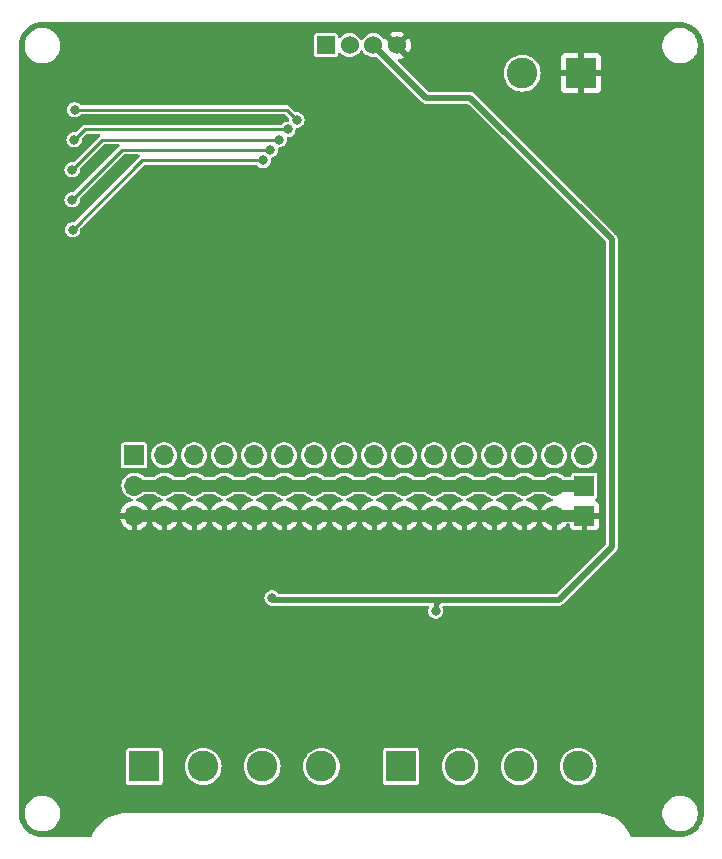
<source format=gbr>
%TF.GenerationSoftware,KiCad,Pcbnew,8.0.3*%
%TF.CreationDate,2024-08-07T13:20:03+02:00*%
%TF.ProjectId,motor_board,6d6f746f-725f-4626-9f61-72642e6b6963,0.1*%
%TF.SameCoordinates,Original*%
%TF.FileFunction,Copper,L2,Bot*%
%TF.FilePolarity,Positive*%
%FSLAX46Y46*%
G04 Gerber Fmt 4.6, Leading zero omitted, Abs format (unit mm)*
G04 Created by KiCad (PCBNEW 8.0.3) date 2024-08-07 13:20:03*
%MOMM*%
%LPD*%
G01*
G04 APERTURE LIST*
%TA.AperFunction,ComponentPad*%
%ADD10R,1.524000X1.524000*%
%TD*%
%TA.AperFunction,ComponentPad*%
%ADD11C,1.524000*%
%TD*%
%TA.AperFunction,ComponentPad*%
%ADD12R,1.700000X1.700000*%
%TD*%
%TA.AperFunction,ComponentPad*%
%ADD13O,1.700000X1.700000*%
%TD*%
%TA.AperFunction,ComponentPad*%
%ADD14R,2.600000X2.600000*%
%TD*%
%TA.AperFunction,ComponentPad*%
%ADD15C,2.600000*%
%TD*%
%TA.AperFunction,ViaPad*%
%ADD16C,0.800000*%
%TD*%
%TA.AperFunction,Conductor*%
%ADD17C,0.400000*%
%TD*%
%TA.AperFunction,Conductor*%
%ADD18C,0.500000*%
%TD*%
%TA.AperFunction,Conductor*%
%ADD19C,1.000000*%
%TD*%
%TA.AperFunction,Conductor*%
%ADD20C,0.250000*%
%TD*%
G04 APERTURE END LIST*
D10*
%TO.P,J1,1,Pin_1*%
%TO.N,SCL*%
X127030000Y-54960000D03*
D11*
%TO.P,J1,2,Pin_2*%
%TO.N,SDA*%
X129030000Y-54960000D03*
%TO.P,J1,3,Pin_3*%
%TO.N,VCC*%
X131030000Y-54960000D03*
%TO.P,J1,4,Pin_4*%
%TO.N,GND*%
X133030000Y-54960000D03*
%TD*%
D12*
%TO.P,J8,1,Pin_1*%
%TO.N,+12V*%
X148905000Y-92240000D03*
D13*
%TO.P,J8,2,Pin_2*%
X146365000Y-92240000D03*
%TO.P,J8,3,Pin_3*%
X143825000Y-92240000D03*
%TO.P,J8,4,Pin_4*%
X141285000Y-92240000D03*
%TO.P,J8,5,Pin_5*%
X138745000Y-92240000D03*
%TO.P,J8,6,Pin_6*%
X136205000Y-92240000D03*
%TO.P,J8,7,Pin_7*%
X133665000Y-92240000D03*
%TO.P,J8,8,Pin_8*%
X131125000Y-92240000D03*
%TO.P,J8,9,Pin_9*%
X128585000Y-92240000D03*
%TO.P,J8,10,Pin_10*%
X126045000Y-92240000D03*
%TO.P,J8,11,Pin_11*%
X123505000Y-92240000D03*
%TO.P,J8,12,Pin_12*%
X120965000Y-92240000D03*
%TO.P,J8,13,Pin_13*%
X118425000Y-92240000D03*
%TO.P,J8,14,Pin_14*%
X115885000Y-92240000D03*
%TO.P,J8,15,Pin_15*%
X113345000Y-92240000D03*
%TO.P,J8,16,Pin_16*%
X110805000Y-92240000D03*
%TD*%
D14*
%TO.P,J4,1,Pin_1*%
%TO.N,GND*%
X148630000Y-57320000D03*
D15*
%TO.P,J4,2,Pin_2*%
%TO.N,Net-(J4-Pin_2)*%
X143630000Y-57320000D03*
%TD*%
D14*
%TO.P,J6,1,Pin_1*%
%TO.N,M1A*%
X133370000Y-116020000D03*
D15*
%TO.P,J6,2,Pin_2*%
%TO.N,M1B*%
X138370000Y-116020000D03*
%TO.P,J6,3,Pin_3*%
%TO.N,M2B*%
X143370000Y-116020000D03*
%TO.P,J6,4,Pin_4*%
%TO.N,M2A*%
X148370000Y-116020000D03*
%TD*%
D14*
%TO.P,J5,1,Pin_1*%
%TO.N,M3A*%
X111630000Y-116020000D03*
D15*
%TO.P,J5,2,Pin_2*%
%TO.N,M3B*%
X116630000Y-116020000D03*
%TO.P,J5,3,Pin_3*%
%TO.N,M4B*%
X121630000Y-116020000D03*
%TO.P,J5,4,Pin_4*%
%TO.N,M4A*%
X126630000Y-116020000D03*
%TD*%
D12*
%TO.P,J9,1,Pin_1*%
%TO.N,GND*%
X148905000Y-94780000D03*
D13*
%TO.P,J9,2,Pin_2*%
X146365000Y-94780000D03*
%TO.P,J9,3,Pin_3*%
X143825000Y-94780000D03*
%TO.P,J9,4,Pin_4*%
X141285000Y-94780000D03*
%TO.P,J9,5,Pin_5*%
X138745000Y-94780000D03*
%TO.P,J9,6,Pin_6*%
X136205000Y-94780000D03*
%TO.P,J9,7,Pin_7*%
X133665000Y-94780000D03*
%TO.P,J9,8,Pin_8*%
X131125000Y-94780000D03*
%TO.P,J9,9,Pin_9*%
X128585000Y-94780000D03*
%TO.P,J9,10,Pin_10*%
X126045000Y-94780000D03*
%TO.P,J9,11,Pin_11*%
X123505000Y-94780000D03*
%TO.P,J9,12,Pin_12*%
X120965000Y-94780000D03*
%TO.P,J9,13,Pin_13*%
X118425000Y-94780000D03*
%TO.P,J9,14,Pin_14*%
X115885000Y-94780000D03*
%TO.P,J9,15,Pin_15*%
X113345000Y-94780000D03*
%TO.P,J9,16,Pin_16*%
X110805000Y-94780000D03*
%TD*%
D12*
%TO.P,J7,1,Pin_1*%
%TO.N,PWM0*%
X110780000Y-89680000D03*
D13*
%TO.P,J7,2,Pin_2*%
%TO.N,PWM1*%
X113320000Y-89680000D03*
%TO.P,J7,3,Pin_3*%
%TO.N,PWM2*%
X115860000Y-89680000D03*
%TO.P,J7,4,Pin_4*%
%TO.N,PWM3*%
X118400000Y-89680000D03*
%TO.P,J7,5,Pin_5*%
%TO.N,PWM4*%
X120940000Y-89680000D03*
%TO.P,J7,6,Pin_6*%
%TO.N,PWM5*%
X123480000Y-89680000D03*
%TO.P,J7,7,Pin_7*%
%TO.N,PWM6*%
X126020000Y-89680000D03*
%TO.P,J7,8,Pin_8*%
%TO.N,PWM7*%
X128560000Y-89680000D03*
%TO.P,J7,9,Pin_9*%
%TO.N,PWM8*%
X131100000Y-89680000D03*
%TO.P,J7,10,Pin_10*%
%TO.N,PWM9*%
X133640000Y-89680000D03*
%TO.P,J7,11,Pin_11*%
%TO.N,PWM10*%
X136180000Y-89680000D03*
%TO.P,J7,12,Pin_12*%
%TO.N,PWM11*%
X138720000Y-89680000D03*
%TO.P,J7,13,Pin_13*%
%TO.N,PWM12*%
X141260000Y-89680000D03*
%TO.P,J7,14,Pin_14*%
%TO.N,PWM13*%
X143800000Y-89680000D03*
%TO.P,J7,15,Pin_15*%
%TO.N,PWM14*%
X146340000Y-89680000D03*
%TO.P,J7,16,Pin_16*%
%TO.N,PWM15*%
X148880000Y-89680000D03*
%TD*%
D16*
%TO.N,VCC*%
X136300000Y-102860000D03*
X122462500Y-101747500D03*
%TO.N,GND*%
X120960000Y-72480000D03*
X123490000Y-72320000D03*
X113420000Y-72440000D03*
X152510000Y-98680000D03*
X123470000Y-97100000D03*
X131990000Y-57190000D03*
X117670000Y-58980000D03*
X133580000Y-72550000D03*
X121760000Y-56540000D03*
X126000000Y-72580000D03*
X122470000Y-53740000D03*
X147070000Y-97160000D03*
X130170000Y-57230000D03*
X125520000Y-58680000D03*
X152590000Y-119560000D03*
X141340000Y-72570000D03*
X107280000Y-98430000D03*
X150200000Y-87620000D03*
X115970000Y-72460000D03*
X110740000Y-72390000D03*
X107230000Y-119980000D03*
X138820000Y-72570000D03*
X118510000Y-72690000D03*
X146480000Y-72640000D03*
X112310000Y-53860000D03*
X137920000Y-102840000D03*
X136240000Y-72520000D03*
X107340000Y-105750000D03*
X130990000Y-72450000D03*
X148700000Y-72580000D03*
X120430000Y-57230000D03*
X128440000Y-72500000D03*
X143960000Y-72520000D03*
X137150000Y-97230000D03*
X152090000Y-105270000D03*
X112240000Y-96980000D03*
%TO.N,A2*%
X105530000Y-65500000D03*
X123050000Y-62940000D03*
%TO.N,A1*%
X123790000Y-62080000D03*
X105690000Y-62960000D03*
%TO.N,A0*%
X105730000Y-60420000D03*
X124560000Y-61290000D03*
%TO.N,A3*%
X122300000Y-63820000D03*
X105530000Y-68040000D03*
%TO.N,A4*%
X105570000Y-70580000D03*
X121690000Y-64700000D03*
%TD*%
D17*
%TO.N,VCC*%
X136300000Y-102250000D02*
X136650000Y-101900000D01*
D18*
X135470000Y-59400000D02*
X131030000Y-54960000D01*
X136650000Y-101900000D02*
X146746834Y-101900000D01*
X122462500Y-101747500D02*
X122615000Y-101900000D01*
X146746834Y-101900000D02*
X151222946Y-97423888D01*
X151222946Y-71382946D02*
X139240000Y-59400000D01*
X139240000Y-59400000D02*
X135470000Y-59400000D01*
D17*
X136300000Y-102860000D02*
X136300000Y-102250000D01*
D18*
X122615000Y-101900000D02*
X136650000Y-101900000D01*
X151222946Y-97423888D02*
X151222946Y-71382946D01*
D19*
%TO.N,+12V*%
X110805000Y-92240000D02*
X148905000Y-92240000D01*
D20*
%TO.N,GND*%
X128440000Y-72500000D02*
X130940000Y-72500000D01*
D19*
X110805000Y-94780000D02*
X148905000Y-94780000D01*
D20*
X115950000Y-72440000D02*
X115970000Y-72460000D01*
X113370000Y-72390000D02*
X113420000Y-72440000D01*
X136240000Y-72520000D02*
X138770000Y-72520000D01*
X144080000Y-72640000D02*
X143960000Y-72520000D01*
X141340000Y-72570000D02*
X138820000Y-72570000D01*
X125740000Y-72320000D02*
X126000000Y-72580000D01*
X116200000Y-72690000D02*
X115970000Y-72460000D01*
X118510000Y-72690000D02*
X120750000Y-72690000D01*
X133480000Y-72450000D02*
X133580000Y-72550000D01*
X130940000Y-72500000D02*
X130990000Y-72450000D01*
X120750000Y-72690000D02*
X120960000Y-72480000D01*
X148700000Y-72580000D02*
X146540000Y-72580000D01*
X128360000Y-72580000D02*
X128440000Y-72500000D01*
X146540000Y-72580000D02*
X146480000Y-72640000D01*
X123490000Y-72320000D02*
X125740000Y-72320000D01*
X118510000Y-72690000D02*
X116200000Y-72690000D01*
X133580000Y-72550000D02*
X136210000Y-72550000D01*
X130990000Y-72450000D02*
X133480000Y-72450000D01*
X143960000Y-72520000D02*
X141390000Y-72520000D01*
X138770000Y-72520000D02*
X138820000Y-72570000D01*
X141390000Y-72520000D02*
X141340000Y-72570000D01*
X146480000Y-72640000D02*
X144080000Y-72640000D01*
X113420000Y-72440000D02*
X115950000Y-72440000D01*
X136210000Y-72550000D02*
X136240000Y-72520000D01*
X110740000Y-72390000D02*
X113370000Y-72390000D01*
X123330000Y-72480000D02*
X123490000Y-72320000D01*
X126000000Y-72580000D02*
X128360000Y-72580000D01*
X120960000Y-72480000D02*
X123330000Y-72480000D01*
%TO.N,A2*%
X108090000Y-62940000D02*
X105530000Y-65500000D01*
X123050000Y-62940000D02*
X108090000Y-62940000D01*
%TO.N,A1*%
X106590000Y-62060000D02*
X105690000Y-62960000D01*
X123790000Y-62080000D02*
X123770000Y-62060000D01*
X123770000Y-62060000D02*
X106590000Y-62060000D01*
%TO.N,A0*%
X124560000Y-61290000D02*
X123690000Y-60420000D01*
X123690000Y-60420000D02*
X105730000Y-60420000D01*
%TO.N,A3*%
X109750000Y-63820000D02*
X105530000Y-68040000D01*
X122300000Y-63820000D02*
X109750000Y-63820000D01*
%TO.N,A4*%
X121690000Y-64700000D02*
X111450000Y-64700000D01*
X111450000Y-64700000D02*
X105570000Y-70580000D01*
%TD*%
%TA.AperFunction,Conductor*%
%TO.N,GND*%
G36*
X112879075Y-94587007D02*
G01*
X112845000Y-94714174D01*
X112845000Y-94845826D01*
X112879075Y-94972993D01*
X112911988Y-95030000D01*
X111238012Y-95030000D01*
X111270925Y-94972993D01*
X111305000Y-94845826D01*
X111305000Y-94714174D01*
X111270925Y-94587007D01*
X111238012Y-94530000D01*
X112911988Y-94530000D01*
X112879075Y-94587007D01*
G37*
%TD.AperFunction*%
%TA.AperFunction,Conductor*%
G36*
X115419075Y-94587007D02*
G01*
X115385000Y-94714174D01*
X115385000Y-94845826D01*
X115419075Y-94972993D01*
X115451988Y-95030000D01*
X113778012Y-95030000D01*
X113810925Y-94972993D01*
X113845000Y-94845826D01*
X113845000Y-94714174D01*
X113810925Y-94587007D01*
X113778012Y-94530000D01*
X115451988Y-94530000D01*
X115419075Y-94587007D01*
G37*
%TD.AperFunction*%
%TA.AperFunction,Conductor*%
G36*
X117959075Y-94587007D02*
G01*
X117925000Y-94714174D01*
X117925000Y-94845826D01*
X117959075Y-94972993D01*
X117991988Y-95030000D01*
X116318012Y-95030000D01*
X116350925Y-94972993D01*
X116385000Y-94845826D01*
X116385000Y-94714174D01*
X116350925Y-94587007D01*
X116318012Y-94530000D01*
X117991988Y-94530000D01*
X117959075Y-94587007D01*
G37*
%TD.AperFunction*%
%TA.AperFunction,Conductor*%
G36*
X120499075Y-94587007D02*
G01*
X120465000Y-94714174D01*
X120465000Y-94845826D01*
X120499075Y-94972993D01*
X120531988Y-95030000D01*
X118858012Y-95030000D01*
X118890925Y-94972993D01*
X118925000Y-94845826D01*
X118925000Y-94714174D01*
X118890925Y-94587007D01*
X118858012Y-94530000D01*
X120531988Y-94530000D01*
X120499075Y-94587007D01*
G37*
%TD.AperFunction*%
%TA.AperFunction,Conductor*%
G36*
X123039075Y-94587007D02*
G01*
X123005000Y-94714174D01*
X123005000Y-94845826D01*
X123039075Y-94972993D01*
X123071988Y-95030000D01*
X121398012Y-95030000D01*
X121430925Y-94972993D01*
X121465000Y-94845826D01*
X121465000Y-94714174D01*
X121430925Y-94587007D01*
X121398012Y-94530000D01*
X123071988Y-94530000D01*
X123039075Y-94587007D01*
G37*
%TD.AperFunction*%
%TA.AperFunction,Conductor*%
G36*
X125579075Y-94587007D02*
G01*
X125545000Y-94714174D01*
X125545000Y-94845826D01*
X125579075Y-94972993D01*
X125611988Y-95030000D01*
X123938012Y-95030000D01*
X123970925Y-94972993D01*
X124005000Y-94845826D01*
X124005000Y-94714174D01*
X123970925Y-94587007D01*
X123938012Y-94530000D01*
X125611988Y-94530000D01*
X125579075Y-94587007D01*
G37*
%TD.AperFunction*%
%TA.AperFunction,Conductor*%
G36*
X128119075Y-94587007D02*
G01*
X128085000Y-94714174D01*
X128085000Y-94845826D01*
X128119075Y-94972993D01*
X128151988Y-95030000D01*
X126478012Y-95030000D01*
X126510925Y-94972993D01*
X126545000Y-94845826D01*
X126545000Y-94714174D01*
X126510925Y-94587007D01*
X126478012Y-94530000D01*
X128151988Y-94530000D01*
X128119075Y-94587007D01*
G37*
%TD.AperFunction*%
%TA.AperFunction,Conductor*%
G36*
X130659075Y-94587007D02*
G01*
X130625000Y-94714174D01*
X130625000Y-94845826D01*
X130659075Y-94972993D01*
X130691988Y-95030000D01*
X129018012Y-95030000D01*
X129050925Y-94972993D01*
X129085000Y-94845826D01*
X129085000Y-94714174D01*
X129050925Y-94587007D01*
X129018012Y-94530000D01*
X130691988Y-94530000D01*
X130659075Y-94587007D01*
G37*
%TD.AperFunction*%
%TA.AperFunction,Conductor*%
G36*
X133199075Y-94587007D02*
G01*
X133165000Y-94714174D01*
X133165000Y-94845826D01*
X133199075Y-94972993D01*
X133231988Y-95030000D01*
X131558012Y-95030000D01*
X131590925Y-94972993D01*
X131625000Y-94845826D01*
X131625000Y-94714174D01*
X131590925Y-94587007D01*
X131558012Y-94530000D01*
X133231988Y-94530000D01*
X133199075Y-94587007D01*
G37*
%TD.AperFunction*%
%TA.AperFunction,Conductor*%
G36*
X135739075Y-94587007D02*
G01*
X135705000Y-94714174D01*
X135705000Y-94845826D01*
X135739075Y-94972993D01*
X135771988Y-95030000D01*
X134098012Y-95030000D01*
X134130925Y-94972993D01*
X134165000Y-94845826D01*
X134165000Y-94714174D01*
X134130925Y-94587007D01*
X134098012Y-94530000D01*
X135771988Y-94530000D01*
X135739075Y-94587007D01*
G37*
%TD.AperFunction*%
%TA.AperFunction,Conductor*%
G36*
X138279075Y-94587007D02*
G01*
X138245000Y-94714174D01*
X138245000Y-94845826D01*
X138279075Y-94972993D01*
X138311988Y-95030000D01*
X136638012Y-95030000D01*
X136670925Y-94972993D01*
X136705000Y-94845826D01*
X136705000Y-94714174D01*
X136670925Y-94587007D01*
X136638012Y-94530000D01*
X138311988Y-94530000D01*
X138279075Y-94587007D01*
G37*
%TD.AperFunction*%
%TA.AperFunction,Conductor*%
G36*
X140819075Y-94587007D02*
G01*
X140785000Y-94714174D01*
X140785000Y-94845826D01*
X140819075Y-94972993D01*
X140851988Y-95030000D01*
X139178012Y-95030000D01*
X139210925Y-94972993D01*
X139245000Y-94845826D01*
X139245000Y-94714174D01*
X139210925Y-94587007D01*
X139178012Y-94530000D01*
X140851988Y-94530000D01*
X140819075Y-94587007D01*
G37*
%TD.AperFunction*%
%TA.AperFunction,Conductor*%
G36*
X143359075Y-94587007D02*
G01*
X143325000Y-94714174D01*
X143325000Y-94845826D01*
X143359075Y-94972993D01*
X143391988Y-95030000D01*
X141718012Y-95030000D01*
X141750925Y-94972993D01*
X141785000Y-94845826D01*
X141785000Y-94714174D01*
X141750925Y-94587007D01*
X141718012Y-94530000D01*
X143391988Y-94530000D01*
X143359075Y-94587007D01*
G37*
%TD.AperFunction*%
%TA.AperFunction,Conductor*%
G36*
X145899075Y-94587007D02*
G01*
X145865000Y-94714174D01*
X145865000Y-94845826D01*
X145899075Y-94972993D01*
X145931988Y-95030000D01*
X144258012Y-95030000D01*
X144290925Y-94972993D01*
X144325000Y-94845826D01*
X144325000Y-94714174D01*
X144290925Y-94587007D01*
X144258012Y-94530000D01*
X145931988Y-94530000D01*
X145899075Y-94587007D01*
G37*
%TD.AperFunction*%
%TA.AperFunction,Conductor*%
G36*
X148439075Y-94587007D02*
G01*
X148405000Y-94714174D01*
X148405000Y-94845826D01*
X148439075Y-94972993D01*
X148471988Y-95030000D01*
X146798012Y-95030000D01*
X146830925Y-94972993D01*
X146865000Y-94845826D01*
X146865000Y-94714174D01*
X146830925Y-94587007D01*
X146798012Y-94530000D01*
X148471988Y-94530000D01*
X148439075Y-94587007D01*
G37*
%TD.AperFunction*%
%TA.AperFunction,Conductor*%
G36*
X112553732Y-93010185D02*
G01*
X112570231Y-93022863D01*
X112678958Y-93121980D01*
X112678960Y-93121982D01*
X112778141Y-93183392D01*
X112852363Y-93229348D01*
X113042544Y-93303024D01*
X113085999Y-93311147D01*
X113148278Y-93342814D01*
X113183551Y-93403126D01*
X113180617Y-93472934D01*
X113140409Y-93530075D01*
X113095305Y-93552810D01*
X112915849Y-93600894D01*
X112915840Y-93600898D01*
X112717612Y-93693333D01*
X112717608Y-93693335D01*
X112538450Y-93818783D01*
X112538444Y-93818788D01*
X112383788Y-93973444D01*
X112383783Y-93973450D01*
X112258335Y-94152608D01*
X112258333Y-94152612D01*
X112187382Y-94304767D01*
X112141209Y-94357206D01*
X112074016Y-94376358D01*
X112007135Y-94356142D01*
X111962618Y-94304767D01*
X111891666Y-94152612D01*
X111891664Y-94152608D01*
X111766216Y-93973450D01*
X111766211Y-93973444D01*
X111611554Y-93818787D01*
X111432387Y-93693333D01*
X111234159Y-93600898D01*
X111234150Y-93600894D01*
X111054694Y-93552810D01*
X110995033Y-93516445D01*
X110964504Y-93453598D01*
X110972799Y-93384223D01*
X111017284Y-93330345D01*
X111063999Y-93311147D01*
X111107456Y-93303024D01*
X111297637Y-93229348D01*
X111471041Y-93121981D01*
X111542486Y-93056850D01*
X111579769Y-93022863D01*
X111642573Y-92992246D01*
X111663307Y-92990500D01*
X112486693Y-92990500D01*
X112553732Y-93010185D01*
G37*
%TD.AperFunction*%
%TA.AperFunction,Conductor*%
G36*
X115093732Y-93010185D02*
G01*
X115110231Y-93022863D01*
X115218958Y-93121980D01*
X115218960Y-93121982D01*
X115318141Y-93183392D01*
X115392363Y-93229348D01*
X115582544Y-93303024D01*
X115625999Y-93311147D01*
X115688278Y-93342814D01*
X115723551Y-93403126D01*
X115720617Y-93472934D01*
X115680409Y-93530075D01*
X115635305Y-93552810D01*
X115455849Y-93600894D01*
X115455840Y-93600898D01*
X115257612Y-93693333D01*
X115257608Y-93693335D01*
X115078450Y-93818783D01*
X115078444Y-93818788D01*
X114923788Y-93973444D01*
X114923783Y-93973450D01*
X114798335Y-94152608D01*
X114798333Y-94152612D01*
X114727382Y-94304767D01*
X114681209Y-94357206D01*
X114614016Y-94376358D01*
X114547135Y-94356142D01*
X114502618Y-94304767D01*
X114431666Y-94152612D01*
X114431664Y-94152608D01*
X114306216Y-93973450D01*
X114306211Y-93973444D01*
X114151554Y-93818787D01*
X113972387Y-93693333D01*
X113774159Y-93600898D01*
X113774150Y-93600894D01*
X113594694Y-93552810D01*
X113535033Y-93516445D01*
X113504504Y-93453598D01*
X113512799Y-93384223D01*
X113557284Y-93330345D01*
X113603999Y-93311147D01*
X113647456Y-93303024D01*
X113837637Y-93229348D01*
X114011041Y-93121981D01*
X114082486Y-93056850D01*
X114119769Y-93022863D01*
X114182573Y-92992246D01*
X114203307Y-92990500D01*
X115026693Y-92990500D01*
X115093732Y-93010185D01*
G37*
%TD.AperFunction*%
%TA.AperFunction,Conductor*%
G36*
X117633732Y-93010185D02*
G01*
X117650231Y-93022863D01*
X117758958Y-93121980D01*
X117758960Y-93121982D01*
X117858141Y-93183392D01*
X117932363Y-93229348D01*
X118122544Y-93303024D01*
X118165999Y-93311147D01*
X118228278Y-93342814D01*
X118263551Y-93403126D01*
X118260617Y-93472934D01*
X118220409Y-93530075D01*
X118175305Y-93552810D01*
X117995849Y-93600894D01*
X117995840Y-93600898D01*
X117797612Y-93693333D01*
X117797608Y-93693335D01*
X117618450Y-93818783D01*
X117618444Y-93818788D01*
X117463788Y-93973444D01*
X117463783Y-93973450D01*
X117338335Y-94152608D01*
X117338333Y-94152612D01*
X117267382Y-94304767D01*
X117221209Y-94357206D01*
X117154016Y-94376358D01*
X117087135Y-94356142D01*
X117042618Y-94304767D01*
X116971666Y-94152612D01*
X116971664Y-94152608D01*
X116846216Y-93973450D01*
X116846211Y-93973444D01*
X116691554Y-93818787D01*
X116512387Y-93693333D01*
X116314159Y-93600898D01*
X116314150Y-93600894D01*
X116134694Y-93552810D01*
X116075033Y-93516445D01*
X116044504Y-93453598D01*
X116052799Y-93384223D01*
X116097284Y-93330345D01*
X116143999Y-93311147D01*
X116187456Y-93303024D01*
X116377637Y-93229348D01*
X116551041Y-93121981D01*
X116622486Y-93056850D01*
X116659769Y-93022863D01*
X116722573Y-92992246D01*
X116743307Y-92990500D01*
X117566693Y-92990500D01*
X117633732Y-93010185D01*
G37*
%TD.AperFunction*%
%TA.AperFunction,Conductor*%
G36*
X120173732Y-93010185D02*
G01*
X120190231Y-93022863D01*
X120298958Y-93121980D01*
X120298960Y-93121982D01*
X120398141Y-93183392D01*
X120472363Y-93229348D01*
X120662544Y-93303024D01*
X120705999Y-93311147D01*
X120768278Y-93342814D01*
X120803551Y-93403126D01*
X120800617Y-93472934D01*
X120760409Y-93530075D01*
X120715305Y-93552810D01*
X120535849Y-93600894D01*
X120535840Y-93600898D01*
X120337612Y-93693333D01*
X120337608Y-93693335D01*
X120158450Y-93818783D01*
X120158444Y-93818788D01*
X120003788Y-93973444D01*
X120003783Y-93973450D01*
X119878335Y-94152608D01*
X119878333Y-94152612D01*
X119807382Y-94304767D01*
X119761209Y-94357206D01*
X119694016Y-94376358D01*
X119627135Y-94356142D01*
X119582618Y-94304767D01*
X119511666Y-94152612D01*
X119511664Y-94152608D01*
X119386216Y-93973450D01*
X119386211Y-93973444D01*
X119231554Y-93818787D01*
X119052387Y-93693333D01*
X118854159Y-93600898D01*
X118854150Y-93600894D01*
X118674694Y-93552810D01*
X118615033Y-93516445D01*
X118584504Y-93453598D01*
X118592799Y-93384223D01*
X118637284Y-93330345D01*
X118683999Y-93311147D01*
X118727456Y-93303024D01*
X118917637Y-93229348D01*
X119091041Y-93121981D01*
X119162486Y-93056850D01*
X119199769Y-93022863D01*
X119262573Y-92992246D01*
X119283307Y-92990500D01*
X120106693Y-92990500D01*
X120173732Y-93010185D01*
G37*
%TD.AperFunction*%
%TA.AperFunction,Conductor*%
G36*
X122713732Y-93010185D02*
G01*
X122730231Y-93022863D01*
X122838958Y-93121980D01*
X122838960Y-93121982D01*
X122938141Y-93183392D01*
X123012363Y-93229348D01*
X123202544Y-93303024D01*
X123245999Y-93311147D01*
X123308278Y-93342814D01*
X123343551Y-93403126D01*
X123340617Y-93472934D01*
X123300409Y-93530075D01*
X123255305Y-93552810D01*
X123075849Y-93600894D01*
X123075840Y-93600898D01*
X122877612Y-93693333D01*
X122877608Y-93693335D01*
X122698450Y-93818783D01*
X122698444Y-93818788D01*
X122543788Y-93973444D01*
X122543783Y-93973450D01*
X122418335Y-94152608D01*
X122418333Y-94152612D01*
X122347382Y-94304767D01*
X122301209Y-94357206D01*
X122234016Y-94376358D01*
X122167135Y-94356142D01*
X122122618Y-94304767D01*
X122051666Y-94152612D01*
X122051664Y-94152608D01*
X121926216Y-93973450D01*
X121926211Y-93973444D01*
X121771554Y-93818787D01*
X121592387Y-93693333D01*
X121394159Y-93600898D01*
X121394150Y-93600894D01*
X121214694Y-93552810D01*
X121155033Y-93516445D01*
X121124504Y-93453598D01*
X121132799Y-93384223D01*
X121177284Y-93330345D01*
X121223999Y-93311147D01*
X121267456Y-93303024D01*
X121457637Y-93229348D01*
X121631041Y-93121981D01*
X121702486Y-93056850D01*
X121739769Y-93022863D01*
X121802573Y-92992246D01*
X121823307Y-92990500D01*
X122646693Y-92990500D01*
X122713732Y-93010185D01*
G37*
%TD.AperFunction*%
%TA.AperFunction,Conductor*%
G36*
X125253732Y-93010185D02*
G01*
X125270231Y-93022863D01*
X125378958Y-93121980D01*
X125378960Y-93121982D01*
X125478141Y-93183392D01*
X125552363Y-93229348D01*
X125742544Y-93303024D01*
X125785999Y-93311147D01*
X125848278Y-93342814D01*
X125883551Y-93403126D01*
X125880617Y-93472934D01*
X125840409Y-93530075D01*
X125795305Y-93552810D01*
X125615849Y-93600894D01*
X125615840Y-93600898D01*
X125417612Y-93693333D01*
X125417608Y-93693335D01*
X125238450Y-93818783D01*
X125238444Y-93818788D01*
X125083788Y-93973444D01*
X125083783Y-93973450D01*
X124958335Y-94152608D01*
X124958333Y-94152612D01*
X124887382Y-94304767D01*
X124841209Y-94357206D01*
X124774016Y-94376358D01*
X124707135Y-94356142D01*
X124662618Y-94304767D01*
X124591666Y-94152612D01*
X124591664Y-94152608D01*
X124466216Y-93973450D01*
X124466211Y-93973444D01*
X124311554Y-93818787D01*
X124132387Y-93693333D01*
X123934159Y-93600898D01*
X123934150Y-93600894D01*
X123754694Y-93552810D01*
X123695033Y-93516445D01*
X123664504Y-93453598D01*
X123672799Y-93384223D01*
X123717284Y-93330345D01*
X123763999Y-93311147D01*
X123807456Y-93303024D01*
X123997637Y-93229348D01*
X124171041Y-93121981D01*
X124242486Y-93056850D01*
X124279769Y-93022863D01*
X124342573Y-92992246D01*
X124363307Y-92990500D01*
X125186693Y-92990500D01*
X125253732Y-93010185D01*
G37*
%TD.AperFunction*%
%TA.AperFunction,Conductor*%
G36*
X127793732Y-93010185D02*
G01*
X127810231Y-93022863D01*
X127918958Y-93121980D01*
X127918960Y-93121982D01*
X128018141Y-93183392D01*
X128092363Y-93229348D01*
X128282544Y-93303024D01*
X128325999Y-93311147D01*
X128388278Y-93342814D01*
X128423551Y-93403126D01*
X128420617Y-93472934D01*
X128380409Y-93530075D01*
X128335305Y-93552810D01*
X128155849Y-93600894D01*
X128155840Y-93600898D01*
X127957612Y-93693333D01*
X127957608Y-93693335D01*
X127778450Y-93818783D01*
X127778444Y-93818788D01*
X127623788Y-93973444D01*
X127623783Y-93973450D01*
X127498335Y-94152608D01*
X127498333Y-94152612D01*
X127427382Y-94304767D01*
X127381209Y-94357206D01*
X127314016Y-94376358D01*
X127247135Y-94356142D01*
X127202618Y-94304767D01*
X127131666Y-94152612D01*
X127131664Y-94152608D01*
X127006216Y-93973450D01*
X127006211Y-93973444D01*
X126851554Y-93818787D01*
X126672387Y-93693333D01*
X126474159Y-93600898D01*
X126474150Y-93600894D01*
X126294694Y-93552810D01*
X126235033Y-93516445D01*
X126204504Y-93453598D01*
X126212799Y-93384223D01*
X126257284Y-93330345D01*
X126303999Y-93311147D01*
X126347456Y-93303024D01*
X126537637Y-93229348D01*
X126711041Y-93121981D01*
X126782486Y-93056850D01*
X126819769Y-93022863D01*
X126882573Y-92992246D01*
X126903307Y-92990500D01*
X127726693Y-92990500D01*
X127793732Y-93010185D01*
G37*
%TD.AperFunction*%
%TA.AperFunction,Conductor*%
G36*
X130333732Y-93010185D02*
G01*
X130350231Y-93022863D01*
X130458958Y-93121980D01*
X130458960Y-93121982D01*
X130558141Y-93183392D01*
X130632363Y-93229348D01*
X130822544Y-93303024D01*
X130865999Y-93311147D01*
X130928278Y-93342814D01*
X130963551Y-93403126D01*
X130960617Y-93472934D01*
X130920409Y-93530075D01*
X130875305Y-93552810D01*
X130695849Y-93600894D01*
X130695840Y-93600898D01*
X130497612Y-93693333D01*
X130497608Y-93693335D01*
X130318450Y-93818783D01*
X130318444Y-93818788D01*
X130163788Y-93973444D01*
X130163783Y-93973450D01*
X130038335Y-94152608D01*
X130038333Y-94152612D01*
X129967382Y-94304767D01*
X129921209Y-94357206D01*
X129854016Y-94376358D01*
X129787135Y-94356142D01*
X129742618Y-94304767D01*
X129671666Y-94152612D01*
X129671664Y-94152608D01*
X129546216Y-93973450D01*
X129546211Y-93973444D01*
X129391554Y-93818787D01*
X129212387Y-93693333D01*
X129014159Y-93600898D01*
X129014150Y-93600894D01*
X128834694Y-93552810D01*
X128775033Y-93516445D01*
X128744504Y-93453598D01*
X128752799Y-93384223D01*
X128797284Y-93330345D01*
X128843999Y-93311147D01*
X128887456Y-93303024D01*
X129077637Y-93229348D01*
X129251041Y-93121981D01*
X129322486Y-93056850D01*
X129359769Y-93022863D01*
X129422573Y-92992246D01*
X129443307Y-92990500D01*
X130266693Y-92990500D01*
X130333732Y-93010185D01*
G37*
%TD.AperFunction*%
%TA.AperFunction,Conductor*%
G36*
X132873732Y-93010185D02*
G01*
X132890231Y-93022863D01*
X132998958Y-93121980D01*
X132998960Y-93121982D01*
X133098141Y-93183392D01*
X133172363Y-93229348D01*
X133362544Y-93303024D01*
X133405999Y-93311147D01*
X133468278Y-93342814D01*
X133503551Y-93403126D01*
X133500617Y-93472934D01*
X133460409Y-93530075D01*
X133415305Y-93552810D01*
X133235849Y-93600894D01*
X133235840Y-93600898D01*
X133037612Y-93693333D01*
X133037608Y-93693335D01*
X132858450Y-93818783D01*
X132858444Y-93818788D01*
X132703788Y-93973444D01*
X132703783Y-93973450D01*
X132578335Y-94152608D01*
X132578333Y-94152612D01*
X132507382Y-94304767D01*
X132461209Y-94357206D01*
X132394016Y-94376358D01*
X132327135Y-94356142D01*
X132282618Y-94304767D01*
X132211666Y-94152612D01*
X132211664Y-94152608D01*
X132086216Y-93973450D01*
X132086211Y-93973444D01*
X131931554Y-93818787D01*
X131752387Y-93693333D01*
X131554159Y-93600898D01*
X131554150Y-93600894D01*
X131374694Y-93552810D01*
X131315033Y-93516445D01*
X131284504Y-93453598D01*
X131292799Y-93384223D01*
X131337284Y-93330345D01*
X131383999Y-93311147D01*
X131427456Y-93303024D01*
X131617637Y-93229348D01*
X131791041Y-93121981D01*
X131862486Y-93056850D01*
X131899769Y-93022863D01*
X131962573Y-92992246D01*
X131983307Y-92990500D01*
X132806693Y-92990500D01*
X132873732Y-93010185D01*
G37*
%TD.AperFunction*%
%TA.AperFunction,Conductor*%
G36*
X135413732Y-93010185D02*
G01*
X135430231Y-93022863D01*
X135538958Y-93121980D01*
X135538960Y-93121982D01*
X135638141Y-93183392D01*
X135712363Y-93229348D01*
X135902544Y-93303024D01*
X135945999Y-93311147D01*
X136008278Y-93342814D01*
X136043551Y-93403126D01*
X136040617Y-93472934D01*
X136000409Y-93530075D01*
X135955305Y-93552810D01*
X135775849Y-93600894D01*
X135775840Y-93600898D01*
X135577612Y-93693333D01*
X135577608Y-93693335D01*
X135398450Y-93818783D01*
X135398444Y-93818788D01*
X135243788Y-93973444D01*
X135243783Y-93973450D01*
X135118335Y-94152608D01*
X135118333Y-94152612D01*
X135047382Y-94304767D01*
X135001209Y-94357206D01*
X134934016Y-94376358D01*
X134867135Y-94356142D01*
X134822618Y-94304767D01*
X134751666Y-94152612D01*
X134751664Y-94152608D01*
X134626216Y-93973450D01*
X134626211Y-93973444D01*
X134471554Y-93818787D01*
X134292387Y-93693333D01*
X134094159Y-93600898D01*
X134094150Y-93600894D01*
X133914694Y-93552810D01*
X133855033Y-93516445D01*
X133824504Y-93453598D01*
X133832799Y-93384223D01*
X133877284Y-93330345D01*
X133923999Y-93311147D01*
X133967456Y-93303024D01*
X134157637Y-93229348D01*
X134331041Y-93121981D01*
X134402486Y-93056850D01*
X134439769Y-93022863D01*
X134502573Y-92992246D01*
X134523307Y-92990500D01*
X135346693Y-92990500D01*
X135413732Y-93010185D01*
G37*
%TD.AperFunction*%
%TA.AperFunction,Conductor*%
G36*
X137953732Y-93010185D02*
G01*
X137970231Y-93022863D01*
X138078958Y-93121980D01*
X138078960Y-93121982D01*
X138178141Y-93183392D01*
X138252363Y-93229348D01*
X138442544Y-93303024D01*
X138485999Y-93311147D01*
X138548278Y-93342814D01*
X138583551Y-93403126D01*
X138580617Y-93472934D01*
X138540409Y-93530075D01*
X138495305Y-93552810D01*
X138315849Y-93600894D01*
X138315840Y-93600898D01*
X138117612Y-93693333D01*
X138117608Y-93693335D01*
X137938450Y-93818783D01*
X137938444Y-93818788D01*
X137783788Y-93973444D01*
X137783783Y-93973450D01*
X137658335Y-94152608D01*
X137658333Y-94152612D01*
X137587382Y-94304767D01*
X137541209Y-94357206D01*
X137474016Y-94376358D01*
X137407135Y-94356142D01*
X137362618Y-94304767D01*
X137291666Y-94152612D01*
X137291664Y-94152608D01*
X137166216Y-93973450D01*
X137166211Y-93973444D01*
X137011554Y-93818787D01*
X136832387Y-93693333D01*
X136634159Y-93600898D01*
X136634150Y-93600894D01*
X136454694Y-93552810D01*
X136395033Y-93516445D01*
X136364504Y-93453598D01*
X136372799Y-93384223D01*
X136417284Y-93330345D01*
X136463999Y-93311147D01*
X136507456Y-93303024D01*
X136697637Y-93229348D01*
X136871041Y-93121981D01*
X136942486Y-93056850D01*
X136979769Y-93022863D01*
X137042573Y-92992246D01*
X137063307Y-92990500D01*
X137886693Y-92990500D01*
X137953732Y-93010185D01*
G37*
%TD.AperFunction*%
%TA.AperFunction,Conductor*%
G36*
X140493732Y-93010185D02*
G01*
X140510231Y-93022863D01*
X140618958Y-93121980D01*
X140618960Y-93121982D01*
X140718141Y-93183392D01*
X140792363Y-93229348D01*
X140982544Y-93303024D01*
X141025999Y-93311147D01*
X141088278Y-93342814D01*
X141123551Y-93403126D01*
X141120617Y-93472934D01*
X141080409Y-93530075D01*
X141035305Y-93552810D01*
X140855849Y-93600894D01*
X140855840Y-93600898D01*
X140657612Y-93693333D01*
X140657608Y-93693335D01*
X140478450Y-93818783D01*
X140478444Y-93818788D01*
X140323788Y-93973444D01*
X140323783Y-93973450D01*
X140198335Y-94152608D01*
X140198333Y-94152612D01*
X140127382Y-94304767D01*
X140081209Y-94357206D01*
X140014016Y-94376358D01*
X139947135Y-94356142D01*
X139902618Y-94304767D01*
X139831666Y-94152612D01*
X139831664Y-94152608D01*
X139706216Y-93973450D01*
X139706211Y-93973444D01*
X139551554Y-93818787D01*
X139372387Y-93693333D01*
X139174159Y-93600898D01*
X139174150Y-93600894D01*
X138994694Y-93552810D01*
X138935033Y-93516445D01*
X138904504Y-93453598D01*
X138912799Y-93384223D01*
X138957284Y-93330345D01*
X139003999Y-93311147D01*
X139047456Y-93303024D01*
X139237637Y-93229348D01*
X139411041Y-93121981D01*
X139482486Y-93056850D01*
X139519769Y-93022863D01*
X139582573Y-92992246D01*
X139603307Y-92990500D01*
X140426693Y-92990500D01*
X140493732Y-93010185D01*
G37*
%TD.AperFunction*%
%TA.AperFunction,Conductor*%
G36*
X143033732Y-93010185D02*
G01*
X143050231Y-93022863D01*
X143158958Y-93121980D01*
X143158960Y-93121982D01*
X143258141Y-93183392D01*
X143332363Y-93229348D01*
X143522544Y-93303024D01*
X143565999Y-93311147D01*
X143628278Y-93342814D01*
X143663551Y-93403126D01*
X143660617Y-93472934D01*
X143620409Y-93530075D01*
X143575305Y-93552810D01*
X143395849Y-93600894D01*
X143395840Y-93600898D01*
X143197612Y-93693333D01*
X143197608Y-93693335D01*
X143018450Y-93818783D01*
X143018444Y-93818788D01*
X142863788Y-93973444D01*
X142863783Y-93973450D01*
X142738335Y-94152608D01*
X142738333Y-94152612D01*
X142667382Y-94304767D01*
X142621209Y-94357206D01*
X142554016Y-94376358D01*
X142487135Y-94356142D01*
X142442618Y-94304767D01*
X142371666Y-94152612D01*
X142371664Y-94152608D01*
X142246216Y-93973450D01*
X142246211Y-93973444D01*
X142091554Y-93818787D01*
X141912387Y-93693333D01*
X141714159Y-93600898D01*
X141714150Y-93600894D01*
X141534694Y-93552810D01*
X141475033Y-93516445D01*
X141444504Y-93453598D01*
X141452799Y-93384223D01*
X141497284Y-93330345D01*
X141543999Y-93311147D01*
X141587456Y-93303024D01*
X141777637Y-93229348D01*
X141951041Y-93121981D01*
X142022486Y-93056850D01*
X142059769Y-93022863D01*
X142122573Y-92992246D01*
X142143307Y-92990500D01*
X142966693Y-92990500D01*
X143033732Y-93010185D01*
G37*
%TD.AperFunction*%
%TA.AperFunction,Conductor*%
G36*
X145573732Y-93010185D02*
G01*
X145590231Y-93022863D01*
X145698958Y-93121980D01*
X145698960Y-93121982D01*
X145798141Y-93183392D01*
X145872363Y-93229348D01*
X146062544Y-93303024D01*
X146105999Y-93311147D01*
X146168278Y-93342814D01*
X146203551Y-93403126D01*
X146200617Y-93472934D01*
X146160409Y-93530075D01*
X146115305Y-93552810D01*
X145935849Y-93600894D01*
X145935840Y-93600898D01*
X145737612Y-93693333D01*
X145737608Y-93693335D01*
X145558450Y-93818783D01*
X145558444Y-93818788D01*
X145403788Y-93973444D01*
X145403783Y-93973450D01*
X145278335Y-94152608D01*
X145278333Y-94152612D01*
X145207382Y-94304767D01*
X145161209Y-94357206D01*
X145094016Y-94376358D01*
X145027135Y-94356142D01*
X144982618Y-94304767D01*
X144911666Y-94152612D01*
X144911664Y-94152608D01*
X144786216Y-93973450D01*
X144786211Y-93973444D01*
X144631554Y-93818787D01*
X144452387Y-93693333D01*
X144254159Y-93600898D01*
X144254150Y-93600894D01*
X144074694Y-93552810D01*
X144015033Y-93516445D01*
X143984504Y-93453598D01*
X143992799Y-93384223D01*
X144037284Y-93330345D01*
X144083999Y-93311147D01*
X144127456Y-93303024D01*
X144317637Y-93229348D01*
X144491041Y-93121981D01*
X144562486Y-93056850D01*
X144599769Y-93022863D01*
X144662573Y-92992246D01*
X144683307Y-92990500D01*
X145506693Y-92990500D01*
X145573732Y-93010185D01*
G37*
%TD.AperFunction*%
%TA.AperFunction,Conductor*%
G36*
X157004043Y-53000765D02*
G01*
X157252895Y-53017075D01*
X157268953Y-53019190D01*
X157476105Y-53060395D01*
X157509535Y-53067045D01*
X157525202Y-53071243D01*
X157694947Y-53128863D01*
X157757481Y-53150091D01*
X157772458Y-53156294D01*
X157981799Y-53259529D01*
X157992460Y-53264787D01*
X158006508Y-53272897D01*
X158210464Y-53409177D01*
X158223328Y-53419048D01*
X158407749Y-53580781D01*
X158419218Y-53592250D01*
X158537669Y-53727318D01*
X158580951Y-53776671D01*
X158590825Y-53789539D01*
X158727102Y-53993492D01*
X158735212Y-54007539D01*
X158843702Y-54227534D01*
X158849909Y-54242520D01*
X158928756Y-54474797D01*
X158932954Y-54490464D01*
X158980807Y-54731035D01*
X158982925Y-54747116D01*
X158999235Y-54995956D01*
X158999500Y-55004066D01*
X158999500Y-119995933D01*
X158999235Y-120004043D01*
X158982925Y-120252883D01*
X158980807Y-120268964D01*
X158932954Y-120509535D01*
X158928756Y-120525202D01*
X158849909Y-120757479D01*
X158843702Y-120772465D01*
X158735212Y-120992460D01*
X158727102Y-121006506D01*
X158590825Y-121210460D01*
X158580951Y-121223329D01*
X158419218Y-121407749D01*
X158407749Y-121419218D01*
X158223328Y-121580951D01*
X158210460Y-121590825D01*
X158006507Y-121727102D01*
X157992460Y-121735212D01*
X157772464Y-121843702D01*
X157757478Y-121849909D01*
X157525201Y-121928756D01*
X157509535Y-121932954D01*
X157268965Y-121980807D01*
X157252883Y-121982925D01*
X157004057Y-121999234D01*
X156995947Y-121999499D01*
X156901175Y-121999499D01*
X156901155Y-121999500D01*
X152919532Y-121999500D01*
X152852493Y-121979815D01*
X152806738Y-121927011D01*
X152806252Y-121925935D01*
X152771240Y-121847297D01*
X152677134Y-121635932D01*
X152677131Y-121635928D01*
X152677130Y-121635924D01*
X152519887Y-121363571D01*
X152519884Y-121363566D01*
X152335032Y-121109139D01*
X152335025Y-121109130D01*
X152216513Y-120977510D01*
X152124586Y-120875414D01*
X151993606Y-120757479D01*
X151890869Y-120664974D01*
X151890860Y-120664967D01*
X151636433Y-120480115D01*
X151636428Y-120480112D01*
X151364075Y-120322869D01*
X151364068Y-120322866D01*
X151243005Y-120268965D01*
X151076759Y-120194947D01*
X151076754Y-120194945D01*
X151076751Y-120194944D01*
X150777649Y-120097761D01*
X150777647Y-120097760D01*
X150512415Y-120041384D01*
X150470026Y-120032374D01*
X150157250Y-119999500D01*
X150098541Y-119999500D01*
X110092710Y-119999500D01*
X110000000Y-119999500D01*
X109842750Y-119999500D01*
X109529974Y-120032374D01*
X109529970Y-120032374D01*
X109529968Y-120032375D01*
X109222352Y-120097760D01*
X109222350Y-120097761D01*
X108923248Y-120194944D01*
X108635931Y-120322866D01*
X108635924Y-120322869D01*
X108363571Y-120480112D01*
X108363566Y-120480115D01*
X108109139Y-120664967D01*
X108109130Y-120664974D01*
X107875414Y-120875414D01*
X107664974Y-121109130D01*
X107664967Y-121109139D01*
X107480115Y-121363566D01*
X107480112Y-121363571D01*
X107322869Y-121635924D01*
X107322866Y-121635931D01*
X107193748Y-121925935D01*
X107148497Y-121979173D01*
X107081648Y-121999494D01*
X107080468Y-121999500D01*
X103004067Y-121999500D01*
X102995957Y-121999235D01*
X102747116Y-121982925D01*
X102731035Y-121980807D01*
X102490464Y-121932954D01*
X102474797Y-121928756D01*
X102242520Y-121849909D01*
X102227534Y-121843702D01*
X102007539Y-121735212D01*
X101993493Y-121727102D01*
X101789539Y-121590825D01*
X101776670Y-121580951D01*
X101592250Y-121419218D01*
X101580781Y-121407749D01*
X101462331Y-121272683D01*
X101419045Y-121223325D01*
X101409174Y-121210460D01*
X101365112Y-121144517D01*
X101272896Y-121006506D01*
X101264787Y-120992460D01*
X101257415Y-120977511D01*
X101156294Y-120772457D01*
X101150091Y-120757480D01*
X101080776Y-120553285D01*
X101071243Y-120525201D01*
X101067045Y-120509535D01*
X101061193Y-120480115D01*
X101019190Y-120268951D01*
X101017075Y-120252895D01*
X101000765Y-120004042D01*
X101000500Y-119995932D01*
X101000500Y-119881902D01*
X101499500Y-119881902D01*
X101499500Y-120118097D01*
X101536446Y-120351368D01*
X101609433Y-120575996D01*
X101705826Y-120765176D01*
X101716657Y-120786433D01*
X101855483Y-120977510D01*
X102022490Y-121144517D01*
X102213567Y-121283343D01*
X102312991Y-121334002D01*
X102424003Y-121390566D01*
X102424005Y-121390566D01*
X102424008Y-121390568D01*
X102544412Y-121429689D01*
X102648631Y-121463553D01*
X102881903Y-121500500D01*
X102881908Y-121500500D01*
X103118097Y-121500500D01*
X103351368Y-121463553D01*
X103575992Y-121390568D01*
X103786433Y-121283343D01*
X103977510Y-121144517D01*
X104144517Y-120977510D01*
X104283343Y-120786433D01*
X104390568Y-120575992D01*
X104463553Y-120351368D01*
X104468067Y-120322866D01*
X104500500Y-120118097D01*
X104500500Y-119881902D01*
X155499500Y-119881902D01*
X155499500Y-120118097D01*
X155536446Y-120351368D01*
X155609433Y-120575996D01*
X155705826Y-120765176D01*
X155716657Y-120786433D01*
X155855483Y-120977510D01*
X156022490Y-121144517D01*
X156213567Y-121283343D01*
X156312991Y-121334002D01*
X156424003Y-121390566D01*
X156424005Y-121390566D01*
X156424008Y-121390568D01*
X156544412Y-121429689D01*
X156648631Y-121463553D01*
X156881903Y-121500500D01*
X156881908Y-121500500D01*
X157118097Y-121500500D01*
X157351368Y-121463553D01*
X157575992Y-121390568D01*
X157786433Y-121283343D01*
X157977510Y-121144517D01*
X158144517Y-120977510D01*
X158283343Y-120786433D01*
X158390568Y-120575992D01*
X158463553Y-120351368D01*
X158468067Y-120322866D01*
X158500500Y-120118097D01*
X158500500Y-119881902D01*
X158463553Y-119648631D01*
X158390566Y-119424003D01*
X158283342Y-119213566D01*
X158144517Y-119022490D01*
X157977510Y-118855483D01*
X157786433Y-118716657D01*
X157575996Y-118609433D01*
X157351368Y-118536446D01*
X157118097Y-118499500D01*
X157118092Y-118499500D01*
X156881908Y-118499500D01*
X156881903Y-118499500D01*
X156648631Y-118536446D01*
X156424003Y-118609433D01*
X156213566Y-118716657D01*
X156104550Y-118795862D01*
X156022490Y-118855483D01*
X156022488Y-118855485D01*
X156022487Y-118855485D01*
X155855485Y-119022487D01*
X155855485Y-119022488D01*
X155855483Y-119022490D01*
X155795862Y-119104550D01*
X155716657Y-119213566D01*
X155609433Y-119424003D01*
X155536446Y-119648631D01*
X155499500Y-119881902D01*
X104500500Y-119881902D01*
X104463553Y-119648631D01*
X104390566Y-119424003D01*
X104283342Y-119213566D01*
X104144517Y-119022490D01*
X103977510Y-118855483D01*
X103786433Y-118716657D01*
X103575996Y-118609433D01*
X103351368Y-118536446D01*
X103118097Y-118499500D01*
X103118092Y-118499500D01*
X102881908Y-118499500D01*
X102881903Y-118499500D01*
X102648631Y-118536446D01*
X102424003Y-118609433D01*
X102213566Y-118716657D01*
X102104550Y-118795862D01*
X102022490Y-118855483D01*
X102022488Y-118855485D01*
X102022487Y-118855485D01*
X101855485Y-119022487D01*
X101855485Y-119022488D01*
X101855483Y-119022490D01*
X101795862Y-119104550D01*
X101716657Y-119213566D01*
X101609433Y-119424003D01*
X101536446Y-119648631D01*
X101499500Y-119881902D01*
X101000500Y-119881902D01*
X101000500Y-114695321D01*
X110079500Y-114695321D01*
X110079500Y-117344678D01*
X110094032Y-117417735D01*
X110094033Y-117417739D01*
X110094034Y-117417740D01*
X110149399Y-117500601D01*
X110232260Y-117555966D01*
X110232264Y-117555967D01*
X110305321Y-117570499D01*
X110305324Y-117570500D01*
X110305326Y-117570500D01*
X112954676Y-117570500D01*
X112954677Y-117570499D01*
X113027740Y-117555966D01*
X113110601Y-117500601D01*
X113165966Y-117417740D01*
X113180500Y-117344674D01*
X113180500Y-116020000D01*
X115074706Y-116020000D01*
X115093853Y-116263297D01*
X115150830Y-116500619D01*
X115244222Y-116726089D01*
X115371737Y-116934173D01*
X115371738Y-116934176D01*
X115371741Y-116934179D01*
X115530241Y-117119759D01*
X115673897Y-117242453D01*
X115715823Y-117278261D01*
X115715826Y-117278262D01*
X115923910Y-117405777D01*
X116149381Y-117499169D01*
X116149378Y-117499169D01*
X116149384Y-117499170D01*
X116149388Y-117499172D01*
X116386698Y-117556146D01*
X116630000Y-117575294D01*
X116873302Y-117556146D01*
X117110612Y-117499172D01*
X117336089Y-117405777D01*
X117544179Y-117278259D01*
X117729759Y-117119759D01*
X117888259Y-116934179D01*
X118015777Y-116726089D01*
X118109172Y-116500612D01*
X118166146Y-116263302D01*
X118185294Y-116020000D01*
X120074706Y-116020000D01*
X120093853Y-116263297D01*
X120150830Y-116500619D01*
X120244222Y-116726089D01*
X120371737Y-116934173D01*
X120371738Y-116934176D01*
X120371741Y-116934179D01*
X120530241Y-117119759D01*
X120673897Y-117242453D01*
X120715823Y-117278261D01*
X120715826Y-117278262D01*
X120923910Y-117405777D01*
X121149381Y-117499169D01*
X121149378Y-117499169D01*
X121149384Y-117499170D01*
X121149388Y-117499172D01*
X121386698Y-117556146D01*
X121630000Y-117575294D01*
X121873302Y-117556146D01*
X122110612Y-117499172D01*
X122336089Y-117405777D01*
X122544179Y-117278259D01*
X122729759Y-117119759D01*
X122888259Y-116934179D01*
X123015777Y-116726089D01*
X123109172Y-116500612D01*
X123166146Y-116263302D01*
X123185294Y-116020000D01*
X125074706Y-116020000D01*
X125093853Y-116263297D01*
X125150830Y-116500619D01*
X125244222Y-116726089D01*
X125371737Y-116934173D01*
X125371738Y-116934176D01*
X125371741Y-116934179D01*
X125530241Y-117119759D01*
X125673897Y-117242453D01*
X125715823Y-117278261D01*
X125715826Y-117278262D01*
X125923910Y-117405777D01*
X126149381Y-117499169D01*
X126149378Y-117499169D01*
X126149384Y-117499170D01*
X126149388Y-117499172D01*
X126386698Y-117556146D01*
X126630000Y-117575294D01*
X126873302Y-117556146D01*
X127110612Y-117499172D01*
X127336089Y-117405777D01*
X127544179Y-117278259D01*
X127729759Y-117119759D01*
X127888259Y-116934179D01*
X128015777Y-116726089D01*
X128109172Y-116500612D01*
X128166146Y-116263302D01*
X128185294Y-116020000D01*
X128166146Y-115776698D01*
X128109172Y-115539388D01*
X128015777Y-115313911D01*
X128015777Y-115313910D01*
X127888262Y-115105826D01*
X127888261Y-115105823D01*
X127852453Y-115063897D01*
X127729759Y-114920241D01*
X127607063Y-114815449D01*
X127544176Y-114761738D01*
X127544173Y-114761737D01*
X127435793Y-114695321D01*
X131819500Y-114695321D01*
X131819500Y-117344678D01*
X131834032Y-117417735D01*
X131834033Y-117417739D01*
X131834034Y-117417740D01*
X131889399Y-117500601D01*
X131972260Y-117555966D01*
X131972264Y-117555967D01*
X132045321Y-117570499D01*
X132045324Y-117570500D01*
X132045326Y-117570500D01*
X134694676Y-117570500D01*
X134694677Y-117570499D01*
X134767740Y-117555966D01*
X134850601Y-117500601D01*
X134905966Y-117417740D01*
X134920500Y-117344674D01*
X134920500Y-116020000D01*
X136814706Y-116020000D01*
X136833853Y-116263297D01*
X136890830Y-116500619D01*
X136984222Y-116726089D01*
X137111737Y-116934173D01*
X137111738Y-116934176D01*
X137111741Y-116934179D01*
X137270241Y-117119759D01*
X137413897Y-117242453D01*
X137455823Y-117278261D01*
X137455826Y-117278262D01*
X137663910Y-117405777D01*
X137889381Y-117499169D01*
X137889378Y-117499169D01*
X137889384Y-117499170D01*
X137889388Y-117499172D01*
X138126698Y-117556146D01*
X138370000Y-117575294D01*
X138613302Y-117556146D01*
X138850612Y-117499172D01*
X139076089Y-117405777D01*
X139284179Y-117278259D01*
X139469759Y-117119759D01*
X139628259Y-116934179D01*
X139755777Y-116726089D01*
X139849172Y-116500612D01*
X139906146Y-116263302D01*
X139925294Y-116020000D01*
X141814706Y-116020000D01*
X141833853Y-116263297D01*
X141890830Y-116500619D01*
X141984222Y-116726089D01*
X142111737Y-116934173D01*
X142111738Y-116934176D01*
X142111741Y-116934179D01*
X142270241Y-117119759D01*
X142413897Y-117242453D01*
X142455823Y-117278261D01*
X142455826Y-117278262D01*
X142663910Y-117405777D01*
X142889381Y-117499169D01*
X142889378Y-117499169D01*
X142889384Y-117499170D01*
X142889388Y-117499172D01*
X143126698Y-117556146D01*
X143370000Y-117575294D01*
X143613302Y-117556146D01*
X143850612Y-117499172D01*
X144076089Y-117405777D01*
X144284179Y-117278259D01*
X144469759Y-117119759D01*
X144628259Y-116934179D01*
X144755777Y-116726089D01*
X144849172Y-116500612D01*
X144906146Y-116263302D01*
X144925294Y-116020000D01*
X146814706Y-116020000D01*
X146833853Y-116263297D01*
X146890830Y-116500619D01*
X146984222Y-116726089D01*
X147111737Y-116934173D01*
X147111738Y-116934176D01*
X147111741Y-116934179D01*
X147270241Y-117119759D01*
X147413897Y-117242453D01*
X147455823Y-117278261D01*
X147455826Y-117278262D01*
X147663910Y-117405777D01*
X147889381Y-117499169D01*
X147889378Y-117499169D01*
X147889384Y-117499170D01*
X147889388Y-117499172D01*
X148126698Y-117556146D01*
X148370000Y-117575294D01*
X148613302Y-117556146D01*
X148850612Y-117499172D01*
X149076089Y-117405777D01*
X149284179Y-117278259D01*
X149469759Y-117119759D01*
X149628259Y-116934179D01*
X149755777Y-116726089D01*
X149849172Y-116500612D01*
X149906146Y-116263302D01*
X149925294Y-116020000D01*
X149906146Y-115776698D01*
X149849172Y-115539388D01*
X149755777Y-115313911D01*
X149755777Y-115313910D01*
X149628262Y-115105826D01*
X149628261Y-115105823D01*
X149592453Y-115063897D01*
X149469759Y-114920241D01*
X149347063Y-114815449D01*
X149284176Y-114761738D01*
X149284173Y-114761737D01*
X149076089Y-114634222D01*
X148850618Y-114540830D01*
X148850621Y-114540830D01*
X148744992Y-114515470D01*
X148613302Y-114483854D01*
X148613300Y-114483853D01*
X148613297Y-114483853D01*
X148370000Y-114464706D01*
X148126702Y-114483853D01*
X147889380Y-114540830D01*
X147663910Y-114634222D01*
X147455826Y-114761737D01*
X147455823Y-114761738D01*
X147270241Y-114920241D01*
X147111738Y-115105823D01*
X147111737Y-115105826D01*
X146984222Y-115313910D01*
X146890830Y-115539380D01*
X146833853Y-115776702D01*
X146814706Y-116020000D01*
X144925294Y-116020000D01*
X144906146Y-115776698D01*
X144849172Y-115539388D01*
X144755777Y-115313911D01*
X144755777Y-115313910D01*
X144628262Y-115105826D01*
X144628261Y-115105823D01*
X144592453Y-115063897D01*
X144469759Y-114920241D01*
X144347063Y-114815449D01*
X144284176Y-114761738D01*
X144284173Y-114761737D01*
X144076089Y-114634222D01*
X143850618Y-114540830D01*
X143850621Y-114540830D01*
X143744992Y-114515470D01*
X143613302Y-114483854D01*
X143613300Y-114483853D01*
X143613297Y-114483853D01*
X143370000Y-114464706D01*
X143126702Y-114483853D01*
X142889380Y-114540830D01*
X142663910Y-114634222D01*
X142455826Y-114761737D01*
X142455823Y-114761738D01*
X142270241Y-114920241D01*
X142111738Y-115105823D01*
X142111737Y-115105826D01*
X141984222Y-115313910D01*
X141890830Y-115539380D01*
X141833853Y-115776702D01*
X141814706Y-116020000D01*
X139925294Y-116020000D01*
X139906146Y-115776698D01*
X139849172Y-115539388D01*
X139755777Y-115313911D01*
X139755777Y-115313910D01*
X139628262Y-115105826D01*
X139628261Y-115105823D01*
X139592453Y-115063897D01*
X139469759Y-114920241D01*
X139347063Y-114815449D01*
X139284176Y-114761738D01*
X139284173Y-114761737D01*
X139076089Y-114634222D01*
X138850618Y-114540830D01*
X138850621Y-114540830D01*
X138744992Y-114515470D01*
X138613302Y-114483854D01*
X138613300Y-114483853D01*
X138613297Y-114483853D01*
X138370000Y-114464706D01*
X138126702Y-114483853D01*
X137889380Y-114540830D01*
X137663910Y-114634222D01*
X137455826Y-114761737D01*
X137455823Y-114761738D01*
X137270241Y-114920241D01*
X137111738Y-115105823D01*
X137111737Y-115105826D01*
X136984222Y-115313910D01*
X136890830Y-115539380D01*
X136833853Y-115776702D01*
X136814706Y-116020000D01*
X134920500Y-116020000D01*
X134920500Y-114695326D01*
X134920500Y-114695323D01*
X134920499Y-114695321D01*
X134905967Y-114622264D01*
X134905966Y-114622260D01*
X134850601Y-114539399D01*
X134767740Y-114484034D01*
X134767739Y-114484033D01*
X134767735Y-114484032D01*
X134694677Y-114469500D01*
X134694674Y-114469500D01*
X132045326Y-114469500D01*
X132045323Y-114469500D01*
X131972264Y-114484032D01*
X131972260Y-114484033D01*
X131889399Y-114539399D01*
X131834033Y-114622260D01*
X131834032Y-114622264D01*
X131819500Y-114695321D01*
X127435793Y-114695321D01*
X127336089Y-114634222D01*
X127110618Y-114540830D01*
X127110621Y-114540830D01*
X127004992Y-114515470D01*
X126873302Y-114483854D01*
X126873300Y-114483853D01*
X126873297Y-114483853D01*
X126630000Y-114464706D01*
X126386702Y-114483853D01*
X126149380Y-114540830D01*
X125923910Y-114634222D01*
X125715826Y-114761737D01*
X125715823Y-114761738D01*
X125530241Y-114920241D01*
X125371738Y-115105823D01*
X125371737Y-115105826D01*
X125244222Y-115313910D01*
X125150830Y-115539380D01*
X125093853Y-115776702D01*
X125074706Y-116020000D01*
X123185294Y-116020000D01*
X123166146Y-115776698D01*
X123109172Y-115539388D01*
X123015777Y-115313911D01*
X123015777Y-115313910D01*
X122888262Y-115105826D01*
X122888261Y-115105823D01*
X122852453Y-115063897D01*
X122729759Y-114920241D01*
X122607063Y-114815449D01*
X122544176Y-114761738D01*
X122544173Y-114761737D01*
X122336089Y-114634222D01*
X122110618Y-114540830D01*
X122110621Y-114540830D01*
X122004992Y-114515470D01*
X121873302Y-114483854D01*
X121873300Y-114483853D01*
X121873297Y-114483853D01*
X121630000Y-114464706D01*
X121386702Y-114483853D01*
X121149380Y-114540830D01*
X120923910Y-114634222D01*
X120715826Y-114761737D01*
X120715823Y-114761738D01*
X120530241Y-114920241D01*
X120371738Y-115105823D01*
X120371737Y-115105826D01*
X120244222Y-115313910D01*
X120150830Y-115539380D01*
X120093853Y-115776702D01*
X120074706Y-116020000D01*
X118185294Y-116020000D01*
X118166146Y-115776698D01*
X118109172Y-115539388D01*
X118015777Y-115313911D01*
X118015777Y-115313910D01*
X117888262Y-115105826D01*
X117888261Y-115105823D01*
X117852453Y-115063897D01*
X117729759Y-114920241D01*
X117607063Y-114815449D01*
X117544176Y-114761738D01*
X117544173Y-114761737D01*
X117336089Y-114634222D01*
X117110618Y-114540830D01*
X117110621Y-114540830D01*
X117004992Y-114515470D01*
X116873302Y-114483854D01*
X116873300Y-114483853D01*
X116873297Y-114483853D01*
X116630000Y-114464706D01*
X116386702Y-114483853D01*
X116149380Y-114540830D01*
X115923910Y-114634222D01*
X115715826Y-114761737D01*
X115715823Y-114761738D01*
X115530241Y-114920241D01*
X115371738Y-115105823D01*
X115371737Y-115105826D01*
X115244222Y-115313910D01*
X115150830Y-115539380D01*
X115093853Y-115776702D01*
X115074706Y-116020000D01*
X113180500Y-116020000D01*
X113180500Y-114695326D01*
X113180500Y-114695323D01*
X113180499Y-114695321D01*
X113165967Y-114622264D01*
X113165966Y-114622260D01*
X113110601Y-114539399D01*
X113027740Y-114484034D01*
X113027739Y-114484033D01*
X113027735Y-114484032D01*
X112954677Y-114469500D01*
X112954674Y-114469500D01*
X110305326Y-114469500D01*
X110305323Y-114469500D01*
X110232264Y-114484032D01*
X110232260Y-114484033D01*
X110149399Y-114539399D01*
X110094033Y-114622260D01*
X110094032Y-114622264D01*
X110079500Y-114695321D01*
X101000500Y-114695321D01*
X101000500Y-101747499D01*
X121807222Y-101747499D01*
X121807222Y-101747500D01*
X121826262Y-101904318D01*
X121882280Y-102052023D01*
X121972017Y-102182030D01*
X122090260Y-102286783D01*
X122090262Y-102286784D01*
X122230134Y-102360196D01*
X122383514Y-102398000D01*
X122383515Y-102398000D01*
X122523454Y-102398000D01*
X122540938Y-102400301D01*
X122541052Y-102399439D01*
X122549106Y-102400499D01*
X122549108Y-102400500D01*
X135598910Y-102400500D01*
X135665949Y-102420185D01*
X135711704Y-102472989D01*
X135721648Y-102542147D01*
X135714852Y-102568471D01*
X135663763Y-102703181D01*
X135644722Y-102859999D01*
X135644722Y-102860000D01*
X135663762Y-103016818D01*
X135719780Y-103164523D01*
X135809517Y-103294530D01*
X135927760Y-103399283D01*
X135927762Y-103399284D01*
X136067634Y-103472696D01*
X136221014Y-103510500D01*
X136221015Y-103510500D01*
X136378985Y-103510500D01*
X136532365Y-103472696D01*
X136672240Y-103399283D01*
X136790483Y-103294530D01*
X136880220Y-103164523D01*
X136936237Y-103016818D01*
X136955278Y-102860000D01*
X136936237Y-102703182D01*
X136885148Y-102568471D01*
X136879781Y-102498808D01*
X136912928Y-102437302D01*
X136974067Y-102403480D01*
X137001090Y-102400500D01*
X146812724Y-102400500D01*
X146812726Y-102400500D01*
X146940020Y-102366392D01*
X147054148Y-102300500D01*
X151520050Y-97834595D01*
X151520055Y-97834592D01*
X151530258Y-97824388D01*
X151530260Y-97824388D01*
X151623446Y-97731202D01*
X151689338Y-97617074D01*
X151723446Y-97489780D01*
X151723446Y-71317054D01*
X151689338Y-71189760D01*
X151623446Y-71075632D01*
X151530260Y-70982446D01*
X139547314Y-58999500D01*
X139490250Y-58966554D01*
X139433187Y-58933608D01*
X139369539Y-58916554D01*
X139305892Y-58899500D01*
X139305891Y-58899500D01*
X135728675Y-58899500D01*
X135661636Y-58879815D01*
X135640994Y-58863181D01*
X134097813Y-57320000D01*
X142074706Y-57320000D01*
X142093853Y-57563297D01*
X142093853Y-57563300D01*
X142093854Y-57563302D01*
X142109360Y-57627890D01*
X142150830Y-57800619D01*
X142244222Y-58026089D01*
X142371737Y-58234173D01*
X142371738Y-58234176D01*
X142371741Y-58234179D01*
X142530241Y-58419759D01*
X142673897Y-58542453D01*
X142715823Y-58578261D01*
X142715826Y-58578262D01*
X142923910Y-58705777D01*
X143149381Y-58799169D01*
X143149378Y-58799169D01*
X143149384Y-58799170D01*
X143149388Y-58799172D01*
X143386698Y-58856146D01*
X143630000Y-58875294D01*
X143873302Y-58856146D01*
X144110612Y-58799172D01*
X144336089Y-58705777D01*
X144544179Y-58578259D01*
X144729759Y-58419759D01*
X144888259Y-58234179D01*
X145015777Y-58026089D01*
X145109172Y-57800612D01*
X145166146Y-57563302D01*
X145185294Y-57320000D01*
X145166146Y-57076698D01*
X145109172Y-56839388D01*
X145099117Y-56815112D01*
X145015777Y-56613910D01*
X144888262Y-56405826D01*
X144888261Y-56405823D01*
X144767543Y-56264481D01*
X144729759Y-56220241D01*
X144607063Y-56115449D01*
X144544176Y-56061738D01*
X144544173Y-56061737D01*
X144424683Y-55988513D01*
X146930000Y-55988513D01*
X146930000Y-57070000D01*
X148029999Y-57070000D01*
X148004979Y-57130402D01*
X147980000Y-57255981D01*
X147980000Y-57384019D01*
X148004979Y-57509598D01*
X148029999Y-57570000D01*
X146930001Y-57570000D01*
X146930001Y-58651479D01*
X146944835Y-58745149D01*
X146944837Y-58745155D01*
X147002356Y-58858041D01*
X147002363Y-58858050D01*
X147091949Y-58947636D01*
X147091953Y-58947639D01*
X147204855Y-59005166D01*
X147298514Y-59019999D01*
X148379999Y-59019999D01*
X148380000Y-59019998D01*
X148380000Y-57920001D01*
X148440402Y-57945021D01*
X148565981Y-57970000D01*
X148694019Y-57970000D01*
X148819598Y-57945021D01*
X148880000Y-57920001D01*
X148880000Y-59019999D01*
X149961479Y-59019999D01*
X150055149Y-59005164D01*
X150055155Y-59005162D01*
X150168041Y-58947643D01*
X150168050Y-58947636D01*
X150257636Y-58858050D01*
X150257639Y-58858046D01*
X150315166Y-58745144D01*
X150330000Y-58651486D01*
X150330000Y-57570000D01*
X149230001Y-57570000D01*
X149255021Y-57509598D01*
X149280000Y-57384019D01*
X149280000Y-57255981D01*
X149255021Y-57130402D01*
X149230001Y-57070000D01*
X150329999Y-57070000D01*
X150329999Y-55988520D01*
X150315164Y-55894850D01*
X150315162Y-55894844D01*
X150257643Y-55781958D01*
X150257636Y-55781949D01*
X150168050Y-55692363D01*
X150168046Y-55692360D01*
X150055144Y-55634833D01*
X149961486Y-55620000D01*
X148880000Y-55620000D01*
X148880000Y-56719998D01*
X148819598Y-56694979D01*
X148694019Y-56670000D01*
X148565981Y-56670000D01*
X148440402Y-56694979D01*
X148380000Y-56719998D01*
X148380000Y-55620000D01*
X147298520Y-55620000D01*
X147204850Y-55634835D01*
X147204844Y-55634837D01*
X147091958Y-55692356D01*
X147091949Y-55692363D01*
X147002363Y-55781949D01*
X147002360Y-55781953D01*
X146944833Y-55894855D01*
X146930000Y-55988513D01*
X144424683Y-55988513D01*
X144336089Y-55934222D01*
X144110618Y-55840830D01*
X144110621Y-55840830D01*
X143965291Y-55805939D01*
X143873302Y-55783854D01*
X143873300Y-55783853D01*
X143873297Y-55783853D01*
X143630000Y-55764706D01*
X143386702Y-55783853D01*
X143386698Y-55783854D01*
X143237225Y-55819740D01*
X143149380Y-55840830D01*
X142923910Y-55934222D01*
X142715826Y-56061737D01*
X142715823Y-56061738D01*
X142530241Y-56220241D01*
X142371738Y-56405823D01*
X142371737Y-56405826D01*
X142244222Y-56613910D01*
X142150830Y-56839380D01*
X142093853Y-57076702D01*
X142074706Y-57320000D01*
X134097813Y-57320000D01*
X133103617Y-56325804D01*
X133070132Y-56264481D01*
X133075116Y-56194789D01*
X133116988Y-56138856D01*
X133168513Y-56116234D01*
X133349362Y-56082427D01*
X133550166Y-56004636D01*
X133550167Y-56004635D01*
X133655723Y-55939277D01*
X133655724Y-55939276D01*
X133057447Y-55341000D01*
X133080160Y-55341000D01*
X133177061Y-55315036D01*
X133263940Y-55264876D01*
X133334876Y-55193940D01*
X133385036Y-55107061D01*
X133411000Y-55010160D01*
X133411000Y-54987447D01*
X134011730Y-55588177D01*
X134022183Y-55574337D01*
X134022188Y-55574329D01*
X134118173Y-55381564D01*
X134177108Y-55174427D01*
X134196978Y-54960000D01*
X134196978Y-54959999D01*
X134189741Y-54881902D01*
X155499500Y-54881902D01*
X155499500Y-55118097D01*
X155536446Y-55351368D01*
X155609433Y-55575996D01*
X155714372Y-55781949D01*
X155716657Y-55786433D01*
X155855483Y-55977510D01*
X156022490Y-56144517D01*
X156213567Y-56283343D01*
X156312991Y-56334002D01*
X156424003Y-56390566D01*
X156424005Y-56390566D01*
X156424008Y-56390568D01*
X156544412Y-56429689D01*
X156648631Y-56463553D01*
X156881903Y-56500500D01*
X156881908Y-56500500D01*
X157118097Y-56500500D01*
X157351368Y-56463553D01*
X157575992Y-56390568D01*
X157786433Y-56283343D01*
X157977510Y-56144517D01*
X158144517Y-55977510D01*
X158283343Y-55786433D01*
X158390568Y-55575992D01*
X158463553Y-55351368D01*
X158465195Y-55341000D01*
X158500500Y-55118097D01*
X158500500Y-54881902D01*
X158463553Y-54648631D01*
X158424437Y-54528245D01*
X158390568Y-54424008D01*
X158390566Y-54424005D01*
X158390566Y-54424003D01*
X158294174Y-54234824D01*
X158283343Y-54213567D01*
X158144517Y-54022490D01*
X157977510Y-53855483D01*
X157786433Y-53716657D01*
X157575996Y-53609433D01*
X157351368Y-53536446D01*
X157118097Y-53499500D01*
X157118092Y-53499500D01*
X156881908Y-53499500D01*
X156881903Y-53499500D01*
X156648631Y-53536446D01*
X156424003Y-53609433D01*
X156213566Y-53716657D01*
X156198893Y-53727318D01*
X156022490Y-53855483D01*
X156022488Y-53855485D01*
X156022487Y-53855485D01*
X155855485Y-54022487D01*
X155855485Y-54022488D01*
X155855483Y-54022490D01*
X155798980Y-54100260D01*
X155716657Y-54213566D01*
X155609433Y-54424003D01*
X155536446Y-54648631D01*
X155499500Y-54881902D01*
X134189741Y-54881902D01*
X134177108Y-54745572D01*
X134118173Y-54538435D01*
X134022184Y-54345664D01*
X134011731Y-54331821D01*
X133411000Y-54932552D01*
X133411000Y-54909840D01*
X133385036Y-54812939D01*
X133334876Y-54726060D01*
X133263940Y-54655124D01*
X133177061Y-54604964D01*
X133080160Y-54579000D01*
X133057448Y-54579000D01*
X133655724Y-53980722D01*
X133550165Y-53915363D01*
X133550164Y-53915362D01*
X133349361Y-53837572D01*
X133137673Y-53798000D01*
X132922327Y-53798000D01*
X132710638Y-53837572D01*
X132509834Y-53915363D01*
X132509827Y-53915367D01*
X132404275Y-53980721D01*
X132404274Y-53980722D01*
X133002553Y-54579000D01*
X132979840Y-54579000D01*
X132882939Y-54604964D01*
X132796060Y-54655124D01*
X132725124Y-54726060D01*
X132674964Y-54812939D01*
X132649000Y-54909840D01*
X132649000Y-54932552D01*
X132048268Y-54331820D01*
X132048267Y-54331820D01*
X132035839Y-54348281D01*
X131979733Y-54389921D01*
X131910021Y-54394617D01*
X131848837Y-54360879D01*
X131841026Y-54352225D01*
X131749409Y-54240589D01*
X131595238Y-54114065D01*
X131595231Y-54114060D01*
X131419348Y-54020048D01*
X131419342Y-54020046D01*
X131228485Y-53962150D01*
X131228483Y-53962149D01*
X131228481Y-53962149D01*
X131030000Y-53942601D01*
X130831518Y-53962149D01*
X130640651Y-54020048D01*
X130464768Y-54114060D01*
X130464761Y-54114065D01*
X130310589Y-54240589D01*
X130184065Y-54394761D01*
X130184059Y-54394768D01*
X130139358Y-54478400D01*
X130090396Y-54528245D01*
X130022258Y-54543705D01*
X129956578Y-54519873D01*
X129920642Y-54478400D01*
X129875940Y-54394768D01*
X129875934Y-54394761D01*
X129749410Y-54240589D01*
X129595238Y-54114065D01*
X129595231Y-54114060D01*
X129419348Y-54020048D01*
X129419342Y-54020046D01*
X129228485Y-53962150D01*
X129228483Y-53962149D01*
X129228481Y-53962149D01*
X129030000Y-53942601D01*
X128831518Y-53962149D01*
X128640651Y-54020048D01*
X128464768Y-54114060D01*
X128464761Y-54114065D01*
X128310589Y-54240589D01*
X128262353Y-54299366D01*
X128204607Y-54338700D01*
X128134763Y-54340571D01*
X128074994Y-54304383D01*
X128044279Y-54241627D01*
X128042500Y-54220701D01*
X128042500Y-54173323D01*
X128042499Y-54173321D01*
X128027967Y-54100264D01*
X128027966Y-54100260D01*
X127972601Y-54017399D01*
X127889914Y-53962150D01*
X127889739Y-53962033D01*
X127889735Y-53962032D01*
X127816677Y-53947500D01*
X127816674Y-53947500D01*
X126243326Y-53947500D01*
X126243323Y-53947500D01*
X126170264Y-53962032D01*
X126170260Y-53962033D01*
X126087399Y-54017399D01*
X126032033Y-54100260D01*
X126032032Y-54100264D01*
X126017500Y-54173321D01*
X126017500Y-55746678D01*
X126032032Y-55819735D01*
X126032033Y-55819739D01*
X126032034Y-55819740D01*
X126087399Y-55902601D01*
X126168308Y-55956662D01*
X126170260Y-55957966D01*
X126170264Y-55957967D01*
X126243321Y-55972499D01*
X126243324Y-55972500D01*
X126243326Y-55972500D01*
X127816676Y-55972500D01*
X127816677Y-55972499D01*
X127889740Y-55957966D01*
X127972601Y-55902601D01*
X128027966Y-55819740D01*
X128042500Y-55746674D01*
X128042500Y-55699298D01*
X128062185Y-55632259D01*
X128114989Y-55586504D01*
X128184147Y-55576560D01*
X128247703Y-55605585D01*
X128262353Y-55620633D01*
X128310590Y-55679410D01*
X128464763Y-55805936D01*
X128464766Y-55805937D01*
X128464768Y-55805939D01*
X128640651Y-55899951D01*
X128640654Y-55899951D01*
X128640658Y-55899954D01*
X128831515Y-55957850D01*
X129030000Y-55977399D01*
X129228485Y-55957850D01*
X129419342Y-55899954D01*
X129595237Y-55805936D01*
X129749410Y-55679410D01*
X129875936Y-55525237D01*
X129920642Y-55441599D01*
X129969604Y-55391755D01*
X130037741Y-55376294D01*
X130103421Y-55400125D01*
X130139358Y-55441599D01*
X130184060Y-55525231D01*
X130184065Y-55525238D01*
X130310589Y-55679410D01*
X130414524Y-55764706D01*
X130464763Y-55805936D01*
X130464766Y-55805937D01*
X130464768Y-55805939D01*
X130640651Y-55899951D01*
X130640654Y-55899951D01*
X130640658Y-55899954D01*
X130831515Y-55957850D01*
X131030000Y-55977399D01*
X131228485Y-55957850D01*
X131228487Y-55957849D01*
X131228490Y-55957849D01*
X131234461Y-55956662D01*
X131234738Y-55958054D01*
X131297464Y-55957490D01*
X131351283Y-55989096D01*
X135065159Y-59702972D01*
X135065169Y-59702983D01*
X135069499Y-59707313D01*
X135069500Y-59707314D01*
X135162686Y-59800500D01*
X135276814Y-59866392D01*
X135404107Y-59900500D01*
X135404108Y-59900500D01*
X138981324Y-59900500D01*
X139048363Y-59920185D01*
X139069005Y-59936819D01*
X150686127Y-71553941D01*
X150719612Y-71615264D01*
X150722446Y-71641622D01*
X150722446Y-97165212D01*
X150702761Y-97232251D01*
X150686127Y-97252893D01*
X146575839Y-101363181D01*
X146514516Y-101396666D01*
X146488158Y-101399500D01*
X123077790Y-101399500D01*
X123010751Y-101379815D01*
X122975741Y-101345941D01*
X122952983Y-101312970D01*
X122834740Y-101208217D01*
X122834738Y-101208216D01*
X122834737Y-101208215D01*
X122694865Y-101134803D01*
X122541486Y-101097000D01*
X122541485Y-101097000D01*
X122383515Y-101097000D01*
X122383514Y-101097000D01*
X122230134Y-101134803D01*
X122090262Y-101208215D01*
X121972016Y-101312971D01*
X121882281Y-101442975D01*
X121882280Y-101442976D01*
X121826262Y-101590681D01*
X121807222Y-101747499D01*
X101000500Y-101747499D01*
X101000500Y-94529999D01*
X109577891Y-94529999D01*
X109577892Y-94530000D01*
X110371988Y-94530000D01*
X110339075Y-94587007D01*
X110305000Y-94714174D01*
X110305000Y-94845826D01*
X110339075Y-94972993D01*
X110371988Y-95030000D01*
X109577892Y-95030000D01*
X109625894Y-95209150D01*
X109625898Y-95209159D01*
X109718333Y-95407387D01*
X109843787Y-95586554D01*
X109998445Y-95741212D01*
X110177612Y-95866666D01*
X110375843Y-95959103D01*
X110555000Y-96007106D01*
X110555000Y-95213012D01*
X110612007Y-95245925D01*
X110739174Y-95280000D01*
X110870826Y-95280000D01*
X110997993Y-95245925D01*
X111055000Y-95213012D01*
X111055000Y-96007105D01*
X111234156Y-95959103D01*
X111234157Y-95959103D01*
X111432387Y-95866666D01*
X111611554Y-95741212D01*
X111766212Y-95586554D01*
X111891666Y-95407387D01*
X111962618Y-95255232D01*
X112008790Y-95202793D01*
X112075984Y-95183641D01*
X112142865Y-95203857D01*
X112187382Y-95255232D01*
X112258333Y-95407387D01*
X112383787Y-95586554D01*
X112538445Y-95741212D01*
X112717612Y-95866666D01*
X112915843Y-95959103D01*
X113095000Y-96007106D01*
X113095000Y-95213012D01*
X113152007Y-95245925D01*
X113279174Y-95280000D01*
X113410826Y-95280000D01*
X113537993Y-95245925D01*
X113595000Y-95213012D01*
X113595000Y-96007105D01*
X113774156Y-95959103D01*
X113774157Y-95959103D01*
X113972387Y-95866666D01*
X114151554Y-95741212D01*
X114306212Y-95586554D01*
X114431666Y-95407387D01*
X114502618Y-95255232D01*
X114548790Y-95202793D01*
X114615984Y-95183641D01*
X114682865Y-95203857D01*
X114727382Y-95255232D01*
X114798333Y-95407387D01*
X114923787Y-95586554D01*
X115078445Y-95741212D01*
X115257612Y-95866666D01*
X115455843Y-95959103D01*
X115635000Y-96007106D01*
X115635000Y-95213012D01*
X115692007Y-95245925D01*
X115819174Y-95280000D01*
X115950826Y-95280000D01*
X116077993Y-95245925D01*
X116135000Y-95213012D01*
X116135000Y-96007106D01*
X116314156Y-95959103D01*
X116314157Y-95959103D01*
X116512387Y-95866666D01*
X116691554Y-95741212D01*
X116846212Y-95586554D01*
X116971666Y-95407387D01*
X117042618Y-95255232D01*
X117088790Y-95202793D01*
X117155984Y-95183641D01*
X117222865Y-95203857D01*
X117267382Y-95255232D01*
X117338333Y-95407387D01*
X117463787Y-95586554D01*
X117618445Y-95741212D01*
X117797612Y-95866666D01*
X117995843Y-95959103D01*
X118175000Y-96007106D01*
X118175000Y-95213012D01*
X118232007Y-95245925D01*
X118359174Y-95280000D01*
X118490826Y-95280000D01*
X118617993Y-95245925D01*
X118675000Y-95213012D01*
X118675000Y-96007106D01*
X118854156Y-95959103D01*
X118854157Y-95959103D01*
X119052387Y-95866666D01*
X119231554Y-95741212D01*
X119386212Y-95586554D01*
X119511666Y-95407387D01*
X119582618Y-95255232D01*
X119628790Y-95202793D01*
X119695984Y-95183641D01*
X119762865Y-95203857D01*
X119807382Y-95255232D01*
X119878333Y-95407387D01*
X120003787Y-95586554D01*
X120158445Y-95741212D01*
X120337612Y-95866666D01*
X120535843Y-95959103D01*
X120715000Y-96007106D01*
X120715000Y-95213012D01*
X120772007Y-95245925D01*
X120899174Y-95280000D01*
X121030826Y-95280000D01*
X121157993Y-95245925D01*
X121215000Y-95213012D01*
X121215000Y-96007106D01*
X121394156Y-95959103D01*
X121394157Y-95959103D01*
X121592387Y-95866666D01*
X121771554Y-95741212D01*
X121926212Y-95586554D01*
X122051666Y-95407387D01*
X122122618Y-95255232D01*
X122168790Y-95202793D01*
X122235984Y-95183641D01*
X122302865Y-95203857D01*
X122347382Y-95255232D01*
X122418333Y-95407387D01*
X122543787Y-95586554D01*
X122698445Y-95741212D01*
X122877612Y-95866666D01*
X123075843Y-95959103D01*
X123255000Y-96007106D01*
X123255000Y-95213012D01*
X123312007Y-95245925D01*
X123439174Y-95280000D01*
X123570826Y-95280000D01*
X123697993Y-95245925D01*
X123755000Y-95213012D01*
X123755000Y-96007106D01*
X123934156Y-95959103D01*
X123934157Y-95959103D01*
X124132387Y-95866666D01*
X124311554Y-95741212D01*
X124466212Y-95586554D01*
X124591666Y-95407387D01*
X124662618Y-95255232D01*
X124708790Y-95202793D01*
X124775984Y-95183641D01*
X124842865Y-95203857D01*
X124887382Y-95255232D01*
X124958333Y-95407387D01*
X125083787Y-95586554D01*
X125238445Y-95741212D01*
X125417612Y-95866666D01*
X125615843Y-95959103D01*
X125795000Y-96007106D01*
X125795000Y-95213012D01*
X125852007Y-95245925D01*
X125979174Y-95280000D01*
X126110826Y-95280000D01*
X126237993Y-95245925D01*
X126295000Y-95213012D01*
X126295000Y-96007106D01*
X126474156Y-95959103D01*
X126474157Y-95959103D01*
X126672387Y-95866666D01*
X126851554Y-95741212D01*
X127006212Y-95586554D01*
X127131666Y-95407387D01*
X127202618Y-95255232D01*
X127248790Y-95202793D01*
X127315984Y-95183641D01*
X127382865Y-95203857D01*
X127427382Y-95255232D01*
X127498333Y-95407387D01*
X127623787Y-95586554D01*
X127778445Y-95741212D01*
X127957612Y-95866666D01*
X128155843Y-95959103D01*
X128335000Y-96007106D01*
X128335000Y-95213012D01*
X128392007Y-95245925D01*
X128519174Y-95280000D01*
X128650826Y-95280000D01*
X128777993Y-95245925D01*
X128835000Y-95213012D01*
X128835000Y-96007106D01*
X129014156Y-95959103D01*
X129014157Y-95959103D01*
X129212387Y-95866666D01*
X129391554Y-95741212D01*
X129546212Y-95586554D01*
X129671666Y-95407387D01*
X129742618Y-95255232D01*
X129788790Y-95202793D01*
X129855984Y-95183641D01*
X129922865Y-95203857D01*
X129967382Y-95255232D01*
X130038333Y-95407387D01*
X130163787Y-95586554D01*
X130318445Y-95741212D01*
X130497612Y-95866666D01*
X130695843Y-95959103D01*
X130875000Y-96007106D01*
X130875000Y-95213012D01*
X130932007Y-95245925D01*
X131059174Y-95280000D01*
X131190826Y-95280000D01*
X131317993Y-95245925D01*
X131375000Y-95213012D01*
X131375000Y-96007106D01*
X131554156Y-95959103D01*
X131554157Y-95959103D01*
X131752387Y-95866666D01*
X131931554Y-95741212D01*
X132086212Y-95586554D01*
X132211666Y-95407387D01*
X132282618Y-95255232D01*
X132328790Y-95202793D01*
X132395984Y-95183641D01*
X132462865Y-95203857D01*
X132507382Y-95255232D01*
X132578333Y-95407387D01*
X132703787Y-95586554D01*
X132858445Y-95741212D01*
X133037612Y-95866666D01*
X133235843Y-95959103D01*
X133415000Y-96007106D01*
X133415000Y-95213012D01*
X133472007Y-95245925D01*
X133599174Y-95280000D01*
X133730826Y-95280000D01*
X133857993Y-95245925D01*
X133915000Y-95213012D01*
X133915000Y-96007106D01*
X134094156Y-95959103D01*
X134094157Y-95959103D01*
X134292387Y-95866666D01*
X134471554Y-95741212D01*
X134626212Y-95586554D01*
X134751666Y-95407387D01*
X134822618Y-95255232D01*
X134868790Y-95202793D01*
X134935984Y-95183641D01*
X135002865Y-95203857D01*
X135047382Y-95255232D01*
X135118333Y-95407387D01*
X135243787Y-95586554D01*
X135398445Y-95741212D01*
X135577612Y-95866666D01*
X135775843Y-95959103D01*
X135955000Y-96007106D01*
X135955000Y-95213012D01*
X136012007Y-95245925D01*
X136139174Y-95280000D01*
X136270826Y-95280000D01*
X136397993Y-95245925D01*
X136455000Y-95213012D01*
X136455000Y-96007105D01*
X136634156Y-95959103D01*
X136634157Y-95959103D01*
X136832387Y-95866666D01*
X137011554Y-95741212D01*
X137166212Y-95586554D01*
X137291666Y-95407387D01*
X137362618Y-95255232D01*
X137408790Y-95202793D01*
X137475984Y-95183641D01*
X137542865Y-95203857D01*
X137587382Y-95255232D01*
X137658333Y-95407387D01*
X137783787Y-95586554D01*
X137938445Y-95741212D01*
X138117612Y-95866666D01*
X138315843Y-95959103D01*
X138495000Y-96007106D01*
X138495000Y-95213012D01*
X138552007Y-95245925D01*
X138679174Y-95280000D01*
X138810826Y-95280000D01*
X138937993Y-95245925D01*
X138995000Y-95213012D01*
X138995000Y-96007106D01*
X139174156Y-95959103D01*
X139174157Y-95959103D01*
X139372387Y-95866666D01*
X139551554Y-95741212D01*
X139706212Y-95586554D01*
X139831666Y-95407387D01*
X139902618Y-95255232D01*
X139948790Y-95202793D01*
X140015984Y-95183641D01*
X140082865Y-95203857D01*
X140127382Y-95255232D01*
X140198333Y-95407387D01*
X140323787Y-95586554D01*
X140478445Y-95741212D01*
X140657612Y-95866666D01*
X140855843Y-95959103D01*
X141035000Y-96007106D01*
X141035000Y-95213012D01*
X141092007Y-95245925D01*
X141219174Y-95280000D01*
X141350826Y-95280000D01*
X141477993Y-95245925D01*
X141535000Y-95213012D01*
X141535000Y-96007105D01*
X141714156Y-95959103D01*
X141714157Y-95959103D01*
X141912387Y-95866666D01*
X142091554Y-95741212D01*
X142246212Y-95586554D01*
X142371666Y-95407387D01*
X142442618Y-95255232D01*
X142488790Y-95202793D01*
X142555984Y-95183641D01*
X142622865Y-95203857D01*
X142667382Y-95255232D01*
X142738333Y-95407387D01*
X142863787Y-95586554D01*
X143018445Y-95741212D01*
X143197612Y-95866666D01*
X143395843Y-95959103D01*
X143575000Y-96007106D01*
X143575000Y-95213012D01*
X143632007Y-95245925D01*
X143759174Y-95280000D01*
X143890826Y-95280000D01*
X144017993Y-95245925D01*
X144075000Y-95213012D01*
X144075000Y-96007105D01*
X144254156Y-95959103D01*
X144254157Y-95959103D01*
X144452387Y-95866666D01*
X144631554Y-95741212D01*
X144786212Y-95586554D01*
X144911666Y-95407387D01*
X144982618Y-95255232D01*
X145028790Y-95202793D01*
X145095984Y-95183641D01*
X145162865Y-95203857D01*
X145207382Y-95255232D01*
X145278333Y-95407387D01*
X145403787Y-95586554D01*
X145558445Y-95741212D01*
X145737612Y-95866666D01*
X145935843Y-95959103D01*
X146115000Y-96007106D01*
X146115000Y-95213012D01*
X146172007Y-95245925D01*
X146299174Y-95280000D01*
X146430826Y-95280000D01*
X146557993Y-95245925D01*
X146615000Y-95213012D01*
X146615000Y-96007105D01*
X146794156Y-95959103D01*
X146794157Y-95959103D01*
X146992387Y-95866666D01*
X147171554Y-95741212D01*
X147326212Y-95586554D01*
X147429426Y-95439150D01*
X147484003Y-95395526D01*
X147553502Y-95388333D01*
X147615856Y-95419855D01*
X147651270Y-95480085D01*
X147655001Y-95510274D01*
X147655001Y-95661479D01*
X147669835Y-95755149D01*
X147669837Y-95755155D01*
X147727356Y-95868041D01*
X147727363Y-95868050D01*
X147816949Y-95957636D01*
X147816953Y-95957639D01*
X147929855Y-96015166D01*
X148023514Y-96029999D01*
X148654999Y-96029999D01*
X148655000Y-96029998D01*
X148655000Y-95213012D01*
X148712007Y-95245925D01*
X148839174Y-95280000D01*
X148970826Y-95280000D01*
X149097993Y-95245925D01*
X149155000Y-95213012D01*
X149155000Y-96029999D01*
X149786479Y-96029999D01*
X149880149Y-96015164D01*
X149880155Y-96015162D01*
X149993041Y-95957643D01*
X149993050Y-95957636D01*
X150082636Y-95868050D01*
X150082639Y-95868046D01*
X150140166Y-95755144D01*
X150155000Y-95661486D01*
X150155000Y-95030000D01*
X149338012Y-95030000D01*
X149370925Y-94972993D01*
X149405000Y-94845826D01*
X149405000Y-94714174D01*
X149370925Y-94587007D01*
X149338012Y-94530000D01*
X150154999Y-94530000D01*
X150154999Y-93898520D01*
X150140164Y-93804850D01*
X150140162Y-93804844D01*
X150082643Y-93691958D01*
X150082636Y-93691949D01*
X149993050Y-93602363D01*
X149993046Y-93602360D01*
X149871452Y-93540405D01*
X149872608Y-93538135D01*
X149826778Y-93506795D01*
X149799582Y-93442435D01*
X149811498Y-93373589D01*
X149853882Y-93325202D01*
X149935601Y-93270601D01*
X149990966Y-93187740D01*
X150005500Y-93114674D01*
X150005500Y-91365326D01*
X150005500Y-91365323D01*
X150005499Y-91365321D01*
X149990967Y-91292264D01*
X149990966Y-91292260D01*
X149935601Y-91209399D01*
X149852740Y-91154034D01*
X149852739Y-91154033D01*
X149852735Y-91154032D01*
X149779677Y-91139500D01*
X149779674Y-91139500D01*
X148030326Y-91139500D01*
X148030323Y-91139500D01*
X147957264Y-91154032D01*
X147957260Y-91154033D01*
X147874399Y-91209399D01*
X147819033Y-91292260D01*
X147819032Y-91292264D01*
X147804500Y-91365321D01*
X147804500Y-91365500D01*
X147804473Y-91365589D01*
X147803903Y-91371386D01*
X147802803Y-91371277D01*
X147784815Y-91432539D01*
X147732011Y-91478294D01*
X147680500Y-91489500D01*
X147223307Y-91489500D01*
X147156268Y-91469815D01*
X147139769Y-91457137D01*
X147031041Y-91358019D01*
X147031039Y-91358017D01*
X146857642Y-91250655D01*
X146857635Y-91250651D01*
X146751150Y-91209399D01*
X146667456Y-91176976D01*
X146466976Y-91139500D01*
X146263024Y-91139500D01*
X146062544Y-91176976D01*
X146062541Y-91176976D01*
X146062541Y-91176977D01*
X145872364Y-91250651D01*
X145872357Y-91250655D01*
X145698960Y-91358017D01*
X145698958Y-91358019D01*
X145590231Y-91457137D01*
X145527427Y-91487754D01*
X145506693Y-91489500D01*
X144683307Y-91489500D01*
X144616268Y-91469815D01*
X144599769Y-91457137D01*
X144491041Y-91358019D01*
X144491039Y-91358017D01*
X144317642Y-91250655D01*
X144317635Y-91250651D01*
X144211150Y-91209399D01*
X144127456Y-91176976D01*
X143926976Y-91139500D01*
X143723024Y-91139500D01*
X143522544Y-91176976D01*
X143522541Y-91176976D01*
X143522541Y-91176977D01*
X143332364Y-91250651D01*
X143332357Y-91250655D01*
X143158960Y-91358017D01*
X143158958Y-91358019D01*
X143050231Y-91457137D01*
X142987427Y-91487754D01*
X142966693Y-91489500D01*
X142143307Y-91489500D01*
X142076268Y-91469815D01*
X142059769Y-91457137D01*
X141951041Y-91358019D01*
X141951039Y-91358017D01*
X141777642Y-91250655D01*
X141777635Y-91250651D01*
X141671150Y-91209399D01*
X141587456Y-91176976D01*
X141386976Y-91139500D01*
X141183024Y-91139500D01*
X140982544Y-91176976D01*
X140982541Y-91176976D01*
X140982541Y-91176977D01*
X140792364Y-91250651D01*
X140792357Y-91250655D01*
X140618960Y-91358017D01*
X140618958Y-91358019D01*
X140510231Y-91457137D01*
X140447427Y-91487754D01*
X140426693Y-91489500D01*
X139603307Y-91489500D01*
X139536268Y-91469815D01*
X139519769Y-91457137D01*
X139411041Y-91358019D01*
X139411039Y-91358017D01*
X139237642Y-91250655D01*
X139237635Y-91250651D01*
X139131150Y-91209399D01*
X139047456Y-91176976D01*
X138846976Y-91139500D01*
X138643024Y-91139500D01*
X138442544Y-91176976D01*
X138442541Y-91176976D01*
X138442541Y-91176977D01*
X138252364Y-91250651D01*
X138252357Y-91250655D01*
X138078960Y-91358017D01*
X138078958Y-91358019D01*
X137970231Y-91457137D01*
X137907427Y-91487754D01*
X137886693Y-91489500D01*
X137063307Y-91489500D01*
X136996268Y-91469815D01*
X136979769Y-91457137D01*
X136871041Y-91358019D01*
X136871039Y-91358017D01*
X136697642Y-91250655D01*
X136697635Y-91250651D01*
X136591150Y-91209399D01*
X136507456Y-91176976D01*
X136306976Y-91139500D01*
X136103024Y-91139500D01*
X135902544Y-91176976D01*
X135902541Y-91176976D01*
X135902541Y-91176977D01*
X135712364Y-91250651D01*
X135712357Y-91250655D01*
X135538960Y-91358017D01*
X135538958Y-91358019D01*
X135430231Y-91457137D01*
X135367427Y-91487754D01*
X135346693Y-91489500D01*
X134523307Y-91489500D01*
X134456268Y-91469815D01*
X134439769Y-91457137D01*
X134331041Y-91358019D01*
X134331039Y-91358017D01*
X134157642Y-91250655D01*
X134157635Y-91250651D01*
X134051150Y-91209399D01*
X133967456Y-91176976D01*
X133766976Y-91139500D01*
X133563024Y-91139500D01*
X133362544Y-91176976D01*
X133362541Y-91176976D01*
X133362541Y-91176977D01*
X133172364Y-91250651D01*
X133172357Y-91250655D01*
X132998960Y-91358017D01*
X132998958Y-91358019D01*
X132890231Y-91457137D01*
X132827427Y-91487754D01*
X132806693Y-91489500D01*
X131983307Y-91489500D01*
X131916268Y-91469815D01*
X131899769Y-91457137D01*
X131791041Y-91358019D01*
X131791039Y-91358017D01*
X131617642Y-91250655D01*
X131617635Y-91250651D01*
X131511150Y-91209399D01*
X131427456Y-91176976D01*
X131226976Y-91139500D01*
X131023024Y-91139500D01*
X130822544Y-91176976D01*
X130822541Y-91176976D01*
X130822541Y-91176977D01*
X130632364Y-91250651D01*
X130632357Y-91250655D01*
X130458960Y-91358017D01*
X130458958Y-91358019D01*
X130350231Y-91457137D01*
X130287427Y-91487754D01*
X130266693Y-91489500D01*
X129443307Y-91489500D01*
X129376268Y-91469815D01*
X129359769Y-91457137D01*
X129251041Y-91358019D01*
X129251039Y-91358017D01*
X129077642Y-91250655D01*
X129077635Y-91250651D01*
X128971150Y-91209399D01*
X128887456Y-91176976D01*
X128686976Y-91139500D01*
X128483024Y-91139500D01*
X128282544Y-91176976D01*
X128282541Y-91176976D01*
X128282541Y-91176977D01*
X128092364Y-91250651D01*
X128092357Y-91250655D01*
X127918960Y-91358017D01*
X127918958Y-91358019D01*
X127810231Y-91457137D01*
X127747427Y-91487754D01*
X127726693Y-91489500D01*
X126903307Y-91489500D01*
X126836268Y-91469815D01*
X126819769Y-91457137D01*
X126711041Y-91358019D01*
X126711039Y-91358017D01*
X126537642Y-91250655D01*
X126537635Y-91250651D01*
X126431150Y-91209399D01*
X126347456Y-91176976D01*
X126146976Y-91139500D01*
X125943024Y-91139500D01*
X125742544Y-91176976D01*
X125742541Y-91176976D01*
X125742541Y-91176977D01*
X125552364Y-91250651D01*
X125552357Y-91250655D01*
X125378960Y-91358017D01*
X125378958Y-91358019D01*
X125270231Y-91457137D01*
X125207427Y-91487754D01*
X125186693Y-91489500D01*
X124363307Y-91489500D01*
X124296268Y-91469815D01*
X124279769Y-91457137D01*
X124171041Y-91358019D01*
X124171039Y-91358017D01*
X123997642Y-91250655D01*
X123997635Y-91250651D01*
X123891150Y-91209399D01*
X123807456Y-91176976D01*
X123606976Y-91139500D01*
X123403024Y-91139500D01*
X123202544Y-91176976D01*
X123202541Y-91176976D01*
X123202541Y-91176977D01*
X123012364Y-91250651D01*
X123012357Y-91250655D01*
X122838960Y-91358017D01*
X122838958Y-91358019D01*
X122730231Y-91457137D01*
X122667427Y-91487754D01*
X122646693Y-91489500D01*
X121823307Y-91489500D01*
X121756268Y-91469815D01*
X121739769Y-91457137D01*
X121631041Y-91358019D01*
X121631039Y-91358017D01*
X121457642Y-91250655D01*
X121457635Y-91250651D01*
X121351150Y-91209399D01*
X121267456Y-91176976D01*
X121066976Y-91139500D01*
X120863024Y-91139500D01*
X120662544Y-91176976D01*
X120662541Y-91176976D01*
X120662541Y-91176977D01*
X120472364Y-91250651D01*
X120472357Y-91250655D01*
X120298960Y-91358017D01*
X120298958Y-91358019D01*
X120190231Y-91457137D01*
X120127427Y-91487754D01*
X120106693Y-91489500D01*
X119283307Y-91489500D01*
X119216268Y-91469815D01*
X119199769Y-91457137D01*
X119091041Y-91358019D01*
X119091039Y-91358017D01*
X118917642Y-91250655D01*
X118917635Y-91250651D01*
X118811150Y-91209399D01*
X118727456Y-91176976D01*
X118526976Y-91139500D01*
X118323024Y-91139500D01*
X118122544Y-91176976D01*
X118122541Y-91176976D01*
X118122541Y-91176977D01*
X117932364Y-91250651D01*
X117932357Y-91250655D01*
X117758960Y-91358017D01*
X117758958Y-91358019D01*
X117650231Y-91457137D01*
X117587427Y-91487754D01*
X117566693Y-91489500D01*
X116743307Y-91489500D01*
X116676268Y-91469815D01*
X116659769Y-91457137D01*
X116551041Y-91358019D01*
X116551039Y-91358017D01*
X116377642Y-91250655D01*
X116377635Y-91250651D01*
X116271150Y-91209399D01*
X116187456Y-91176976D01*
X115986976Y-91139500D01*
X115783024Y-91139500D01*
X115582544Y-91176976D01*
X115582541Y-91176976D01*
X115582541Y-91176977D01*
X115392364Y-91250651D01*
X115392357Y-91250655D01*
X115218960Y-91358017D01*
X115218958Y-91358019D01*
X115110231Y-91457137D01*
X115047427Y-91487754D01*
X115026693Y-91489500D01*
X114203307Y-91489500D01*
X114136268Y-91469815D01*
X114119769Y-91457137D01*
X114011041Y-91358019D01*
X114011039Y-91358017D01*
X113837642Y-91250655D01*
X113837635Y-91250651D01*
X113731150Y-91209399D01*
X113647456Y-91176976D01*
X113446976Y-91139500D01*
X113243024Y-91139500D01*
X113042544Y-91176976D01*
X113042541Y-91176976D01*
X113042541Y-91176977D01*
X112852364Y-91250651D01*
X112852357Y-91250655D01*
X112678960Y-91358017D01*
X112678958Y-91358019D01*
X112570231Y-91457137D01*
X112507427Y-91487754D01*
X112486693Y-91489500D01*
X111663307Y-91489500D01*
X111596268Y-91469815D01*
X111579769Y-91457137D01*
X111471041Y-91358019D01*
X111471039Y-91358017D01*
X111297642Y-91250655D01*
X111297635Y-91250651D01*
X111191150Y-91209399D01*
X111107456Y-91176976D01*
X110906976Y-91139500D01*
X110703024Y-91139500D01*
X110502544Y-91176976D01*
X110502541Y-91176976D01*
X110502541Y-91176977D01*
X110312364Y-91250651D01*
X110312357Y-91250655D01*
X110138960Y-91358017D01*
X110138958Y-91358019D01*
X109988237Y-91495418D01*
X109865327Y-91658178D01*
X109774422Y-91840739D01*
X109774417Y-91840752D01*
X109718602Y-92036917D01*
X109699785Y-92239999D01*
X109699785Y-92240000D01*
X109718602Y-92443082D01*
X109774417Y-92639247D01*
X109774422Y-92639260D01*
X109865327Y-92821821D01*
X109988237Y-92984581D01*
X110138958Y-93121980D01*
X110138960Y-93121982D01*
X110238141Y-93183392D01*
X110312363Y-93229348D01*
X110502544Y-93303024D01*
X110545999Y-93311147D01*
X110608278Y-93342814D01*
X110643551Y-93403126D01*
X110640617Y-93472934D01*
X110600409Y-93530075D01*
X110555305Y-93552810D01*
X110375849Y-93600894D01*
X110375840Y-93600898D01*
X110177612Y-93693333D01*
X110177608Y-93693335D01*
X109998450Y-93818783D01*
X109998444Y-93818788D01*
X109843788Y-93973444D01*
X109843783Y-93973450D01*
X109718335Y-94152608D01*
X109718333Y-94152612D01*
X109625898Y-94350840D01*
X109625894Y-94350849D01*
X109577891Y-94529999D01*
X101000500Y-94529999D01*
X101000500Y-88805321D01*
X109679500Y-88805321D01*
X109679500Y-90554678D01*
X109694032Y-90627735D01*
X109694033Y-90627739D01*
X109694034Y-90627740D01*
X109749399Y-90710601D01*
X109832260Y-90765966D01*
X109832264Y-90765967D01*
X109905321Y-90780499D01*
X109905324Y-90780500D01*
X109905326Y-90780500D01*
X111654676Y-90780500D01*
X111654677Y-90780499D01*
X111727740Y-90765966D01*
X111810601Y-90710601D01*
X111865966Y-90627740D01*
X111880500Y-90554674D01*
X111880500Y-89679999D01*
X112214785Y-89679999D01*
X112214785Y-89680000D01*
X112233602Y-89883082D01*
X112289417Y-90079247D01*
X112289422Y-90079260D01*
X112380327Y-90261821D01*
X112503237Y-90424581D01*
X112653958Y-90561980D01*
X112653960Y-90561982D01*
X112753141Y-90623392D01*
X112827363Y-90669348D01*
X113017544Y-90743024D01*
X113218024Y-90780500D01*
X113218026Y-90780500D01*
X113421974Y-90780500D01*
X113421976Y-90780500D01*
X113622456Y-90743024D01*
X113812637Y-90669348D01*
X113986041Y-90561981D01*
X114136764Y-90424579D01*
X114259673Y-90261821D01*
X114350582Y-90079250D01*
X114406397Y-89883083D01*
X114425215Y-89680000D01*
X114425215Y-89679999D01*
X114754785Y-89679999D01*
X114754785Y-89680000D01*
X114773602Y-89883082D01*
X114829417Y-90079247D01*
X114829422Y-90079260D01*
X114920327Y-90261821D01*
X115043237Y-90424581D01*
X115193958Y-90561980D01*
X115193960Y-90561982D01*
X115293141Y-90623392D01*
X115367363Y-90669348D01*
X115557544Y-90743024D01*
X115758024Y-90780500D01*
X115758026Y-90780500D01*
X115961974Y-90780500D01*
X115961976Y-90780500D01*
X116162456Y-90743024D01*
X116352637Y-90669348D01*
X116526041Y-90561981D01*
X116676764Y-90424579D01*
X116799673Y-90261821D01*
X116890582Y-90079250D01*
X116946397Y-89883083D01*
X116965215Y-89680000D01*
X116965215Y-89679999D01*
X117294785Y-89679999D01*
X117294785Y-89680000D01*
X117313602Y-89883082D01*
X117369417Y-90079247D01*
X117369422Y-90079260D01*
X117460327Y-90261821D01*
X117583237Y-90424581D01*
X117733958Y-90561980D01*
X117733960Y-90561982D01*
X117833141Y-90623392D01*
X117907363Y-90669348D01*
X118097544Y-90743024D01*
X118298024Y-90780500D01*
X118298026Y-90780500D01*
X118501974Y-90780500D01*
X118501976Y-90780500D01*
X118702456Y-90743024D01*
X118892637Y-90669348D01*
X119066041Y-90561981D01*
X119216764Y-90424579D01*
X119339673Y-90261821D01*
X119430582Y-90079250D01*
X119486397Y-89883083D01*
X119505215Y-89680000D01*
X119505215Y-89679999D01*
X119834785Y-89679999D01*
X119834785Y-89680000D01*
X119853602Y-89883082D01*
X119909417Y-90079247D01*
X119909422Y-90079260D01*
X120000327Y-90261821D01*
X120123237Y-90424581D01*
X120273958Y-90561980D01*
X120273960Y-90561982D01*
X120373141Y-90623392D01*
X120447363Y-90669348D01*
X120637544Y-90743024D01*
X120838024Y-90780500D01*
X120838026Y-90780500D01*
X121041974Y-90780500D01*
X121041976Y-90780500D01*
X121242456Y-90743024D01*
X121432637Y-90669348D01*
X121606041Y-90561981D01*
X121756764Y-90424579D01*
X121879673Y-90261821D01*
X121970582Y-90079250D01*
X122026397Y-89883083D01*
X122045215Y-89680000D01*
X122045215Y-89679999D01*
X122374785Y-89679999D01*
X122374785Y-89680000D01*
X122393602Y-89883082D01*
X122449417Y-90079247D01*
X122449422Y-90079260D01*
X122540327Y-90261821D01*
X122663237Y-90424581D01*
X122813958Y-90561980D01*
X122813960Y-90561982D01*
X122913141Y-90623392D01*
X122987363Y-90669348D01*
X123177544Y-90743024D01*
X123378024Y-90780500D01*
X123378026Y-90780500D01*
X123581974Y-90780500D01*
X123581976Y-90780500D01*
X123782456Y-90743024D01*
X123972637Y-90669348D01*
X124146041Y-90561981D01*
X124296764Y-90424579D01*
X124419673Y-90261821D01*
X124510582Y-90079250D01*
X124566397Y-89883083D01*
X124585215Y-89680000D01*
X124585215Y-89679999D01*
X124914785Y-89679999D01*
X124914785Y-89680000D01*
X124933602Y-89883082D01*
X124989417Y-90079247D01*
X124989422Y-90079260D01*
X125080327Y-90261821D01*
X125203237Y-90424581D01*
X125353958Y-90561980D01*
X125353960Y-90561982D01*
X125453141Y-90623392D01*
X125527363Y-90669348D01*
X125717544Y-90743024D01*
X125918024Y-90780500D01*
X125918026Y-90780500D01*
X126121974Y-90780500D01*
X126121976Y-90780500D01*
X126322456Y-90743024D01*
X126512637Y-90669348D01*
X126686041Y-90561981D01*
X126836764Y-90424579D01*
X126959673Y-90261821D01*
X127050582Y-90079250D01*
X127106397Y-89883083D01*
X127125215Y-89680000D01*
X127125215Y-89679999D01*
X127454785Y-89679999D01*
X127454785Y-89680000D01*
X127473602Y-89883082D01*
X127529417Y-90079247D01*
X127529422Y-90079260D01*
X127620327Y-90261821D01*
X127743237Y-90424581D01*
X127893958Y-90561980D01*
X127893960Y-90561982D01*
X127993141Y-90623392D01*
X128067363Y-90669348D01*
X128257544Y-90743024D01*
X128458024Y-90780500D01*
X128458026Y-90780500D01*
X128661974Y-90780500D01*
X128661976Y-90780500D01*
X128862456Y-90743024D01*
X129052637Y-90669348D01*
X129226041Y-90561981D01*
X129376764Y-90424579D01*
X129499673Y-90261821D01*
X129590582Y-90079250D01*
X129646397Y-89883083D01*
X129665215Y-89680000D01*
X129665215Y-89679999D01*
X129994785Y-89679999D01*
X129994785Y-89680000D01*
X130013602Y-89883082D01*
X130069417Y-90079247D01*
X130069422Y-90079260D01*
X130160327Y-90261821D01*
X130283237Y-90424581D01*
X130433958Y-90561980D01*
X130433960Y-90561982D01*
X130533141Y-90623392D01*
X130607363Y-90669348D01*
X130797544Y-90743024D01*
X130998024Y-90780500D01*
X130998026Y-90780500D01*
X131201974Y-90780500D01*
X131201976Y-90780500D01*
X131402456Y-90743024D01*
X131592637Y-90669348D01*
X131766041Y-90561981D01*
X131916764Y-90424579D01*
X132039673Y-90261821D01*
X132130582Y-90079250D01*
X132186397Y-89883083D01*
X132205215Y-89680000D01*
X132205215Y-89679999D01*
X132534785Y-89679999D01*
X132534785Y-89680000D01*
X132553602Y-89883082D01*
X132609417Y-90079247D01*
X132609422Y-90079260D01*
X132700327Y-90261821D01*
X132823237Y-90424581D01*
X132973958Y-90561980D01*
X132973960Y-90561982D01*
X133073141Y-90623392D01*
X133147363Y-90669348D01*
X133337544Y-90743024D01*
X133538024Y-90780500D01*
X133538026Y-90780500D01*
X133741974Y-90780500D01*
X133741976Y-90780500D01*
X133942456Y-90743024D01*
X134132637Y-90669348D01*
X134306041Y-90561981D01*
X134456764Y-90424579D01*
X134579673Y-90261821D01*
X134670582Y-90079250D01*
X134726397Y-89883083D01*
X134745215Y-89680000D01*
X134745215Y-89679999D01*
X135074785Y-89679999D01*
X135074785Y-89680000D01*
X135093602Y-89883082D01*
X135149417Y-90079247D01*
X135149422Y-90079260D01*
X135240327Y-90261821D01*
X135363237Y-90424581D01*
X135513958Y-90561980D01*
X135513960Y-90561982D01*
X135613141Y-90623392D01*
X135687363Y-90669348D01*
X135877544Y-90743024D01*
X136078024Y-90780500D01*
X136078026Y-90780500D01*
X136281974Y-90780500D01*
X136281976Y-90780500D01*
X136482456Y-90743024D01*
X136672637Y-90669348D01*
X136846041Y-90561981D01*
X136996764Y-90424579D01*
X137119673Y-90261821D01*
X137210582Y-90079250D01*
X137266397Y-89883083D01*
X137285215Y-89680000D01*
X137285215Y-89679999D01*
X137614785Y-89679999D01*
X137614785Y-89680000D01*
X137633602Y-89883082D01*
X137689417Y-90079247D01*
X137689422Y-90079260D01*
X137780327Y-90261821D01*
X137903237Y-90424581D01*
X138053958Y-90561980D01*
X138053960Y-90561982D01*
X138153141Y-90623392D01*
X138227363Y-90669348D01*
X138417544Y-90743024D01*
X138618024Y-90780500D01*
X138618026Y-90780500D01*
X138821974Y-90780500D01*
X138821976Y-90780500D01*
X139022456Y-90743024D01*
X139212637Y-90669348D01*
X139386041Y-90561981D01*
X139536764Y-90424579D01*
X139659673Y-90261821D01*
X139750582Y-90079250D01*
X139806397Y-89883083D01*
X139825215Y-89680000D01*
X139825215Y-89679999D01*
X140154785Y-89679999D01*
X140154785Y-89680000D01*
X140173602Y-89883082D01*
X140229417Y-90079247D01*
X140229422Y-90079260D01*
X140320327Y-90261821D01*
X140443237Y-90424581D01*
X140593958Y-90561980D01*
X140593960Y-90561982D01*
X140693141Y-90623392D01*
X140767363Y-90669348D01*
X140957544Y-90743024D01*
X141158024Y-90780500D01*
X141158026Y-90780500D01*
X141361974Y-90780500D01*
X141361976Y-90780500D01*
X141562456Y-90743024D01*
X141752637Y-90669348D01*
X141926041Y-90561981D01*
X142076764Y-90424579D01*
X142199673Y-90261821D01*
X142290582Y-90079250D01*
X142346397Y-89883083D01*
X142365215Y-89680000D01*
X142365215Y-89679999D01*
X142694785Y-89679999D01*
X142694785Y-89680000D01*
X142713602Y-89883082D01*
X142769417Y-90079247D01*
X142769422Y-90079260D01*
X142860327Y-90261821D01*
X142983237Y-90424581D01*
X143133958Y-90561980D01*
X143133960Y-90561982D01*
X143233141Y-90623392D01*
X143307363Y-90669348D01*
X143497544Y-90743024D01*
X143698024Y-90780500D01*
X143698026Y-90780500D01*
X143901974Y-90780500D01*
X143901976Y-90780500D01*
X144102456Y-90743024D01*
X144292637Y-90669348D01*
X144466041Y-90561981D01*
X144616764Y-90424579D01*
X144739673Y-90261821D01*
X144830582Y-90079250D01*
X144886397Y-89883083D01*
X144905215Y-89680000D01*
X144905215Y-89679999D01*
X145234785Y-89679999D01*
X145234785Y-89680000D01*
X145253602Y-89883082D01*
X145309417Y-90079247D01*
X145309422Y-90079260D01*
X145400327Y-90261821D01*
X145523237Y-90424581D01*
X145673958Y-90561980D01*
X145673960Y-90561982D01*
X145773141Y-90623392D01*
X145847363Y-90669348D01*
X146037544Y-90743024D01*
X146238024Y-90780500D01*
X146238026Y-90780500D01*
X146441974Y-90780500D01*
X146441976Y-90780500D01*
X146642456Y-90743024D01*
X146832637Y-90669348D01*
X147006041Y-90561981D01*
X147156764Y-90424579D01*
X147279673Y-90261821D01*
X147370582Y-90079250D01*
X147426397Y-89883083D01*
X147445215Y-89680000D01*
X147445215Y-89679999D01*
X147774785Y-89679999D01*
X147774785Y-89680000D01*
X147793602Y-89883082D01*
X147849417Y-90079247D01*
X147849422Y-90079260D01*
X147940327Y-90261821D01*
X148063237Y-90424581D01*
X148213958Y-90561980D01*
X148213960Y-90561982D01*
X148313141Y-90623392D01*
X148387363Y-90669348D01*
X148577544Y-90743024D01*
X148778024Y-90780500D01*
X148778026Y-90780500D01*
X148981974Y-90780500D01*
X148981976Y-90780500D01*
X149182456Y-90743024D01*
X149372637Y-90669348D01*
X149546041Y-90561981D01*
X149696764Y-90424579D01*
X149819673Y-90261821D01*
X149910582Y-90079250D01*
X149966397Y-89883083D01*
X149985215Y-89680000D01*
X149966397Y-89476917D01*
X149910582Y-89280750D01*
X149819673Y-89098179D01*
X149696764Y-88935421D01*
X149696762Y-88935418D01*
X149546041Y-88798019D01*
X149546039Y-88798017D01*
X149372642Y-88690655D01*
X149372635Y-88690651D01*
X149266150Y-88649399D01*
X149182456Y-88616976D01*
X148981976Y-88579500D01*
X148778024Y-88579500D01*
X148577544Y-88616976D01*
X148577541Y-88616976D01*
X148577541Y-88616977D01*
X148387364Y-88690651D01*
X148387357Y-88690655D01*
X148213960Y-88798017D01*
X148213958Y-88798019D01*
X148063237Y-88935418D01*
X147940327Y-89098178D01*
X147849422Y-89280739D01*
X147849417Y-89280752D01*
X147793602Y-89476917D01*
X147774785Y-89679999D01*
X147445215Y-89679999D01*
X147426397Y-89476917D01*
X147370582Y-89280750D01*
X147279673Y-89098179D01*
X147156764Y-88935421D01*
X147156762Y-88935418D01*
X147006041Y-88798019D01*
X147006039Y-88798017D01*
X146832642Y-88690655D01*
X146832635Y-88690651D01*
X146726150Y-88649399D01*
X146642456Y-88616976D01*
X146441976Y-88579500D01*
X146238024Y-88579500D01*
X146037544Y-88616976D01*
X146037541Y-88616976D01*
X146037541Y-88616977D01*
X145847364Y-88690651D01*
X145847357Y-88690655D01*
X145673960Y-88798017D01*
X145673958Y-88798019D01*
X145523237Y-88935418D01*
X145400327Y-89098178D01*
X145309422Y-89280739D01*
X145309417Y-89280752D01*
X145253602Y-89476917D01*
X145234785Y-89679999D01*
X144905215Y-89679999D01*
X144886397Y-89476917D01*
X144830582Y-89280750D01*
X144739673Y-89098179D01*
X144616764Y-88935421D01*
X144616762Y-88935418D01*
X144466041Y-88798019D01*
X144466039Y-88798017D01*
X144292642Y-88690655D01*
X144292635Y-88690651D01*
X144186150Y-88649399D01*
X144102456Y-88616976D01*
X143901976Y-88579500D01*
X143698024Y-88579500D01*
X143497544Y-88616976D01*
X143497541Y-88616976D01*
X143497541Y-88616977D01*
X143307364Y-88690651D01*
X143307357Y-88690655D01*
X143133960Y-88798017D01*
X143133958Y-88798019D01*
X142983237Y-88935418D01*
X142860327Y-89098178D01*
X142769422Y-89280739D01*
X142769417Y-89280752D01*
X142713602Y-89476917D01*
X142694785Y-89679999D01*
X142365215Y-89679999D01*
X142346397Y-89476917D01*
X142290582Y-89280750D01*
X142199673Y-89098179D01*
X142076764Y-88935421D01*
X142076762Y-88935418D01*
X141926041Y-88798019D01*
X141926039Y-88798017D01*
X141752642Y-88690655D01*
X141752635Y-88690651D01*
X141646150Y-88649399D01*
X141562456Y-88616976D01*
X141361976Y-88579500D01*
X141158024Y-88579500D01*
X140957544Y-88616976D01*
X140957541Y-88616976D01*
X140957541Y-88616977D01*
X140767364Y-88690651D01*
X140767357Y-88690655D01*
X140593960Y-88798017D01*
X140593958Y-88798019D01*
X140443237Y-88935418D01*
X140320327Y-89098178D01*
X140229422Y-89280739D01*
X140229417Y-89280752D01*
X140173602Y-89476917D01*
X140154785Y-89679999D01*
X139825215Y-89679999D01*
X139806397Y-89476917D01*
X139750582Y-89280750D01*
X139659673Y-89098179D01*
X139536764Y-88935421D01*
X139536762Y-88935418D01*
X139386041Y-88798019D01*
X139386039Y-88798017D01*
X139212642Y-88690655D01*
X139212635Y-88690651D01*
X139106150Y-88649399D01*
X139022456Y-88616976D01*
X138821976Y-88579500D01*
X138618024Y-88579500D01*
X138417544Y-88616976D01*
X138417541Y-88616976D01*
X138417541Y-88616977D01*
X138227364Y-88690651D01*
X138227357Y-88690655D01*
X138053960Y-88798017D01*
X138053958Y-88798019D01*
X137903237Y-88935418D01*
X137780327Y-89098178D01*
X137689422Y-89280739D01*
X137689417Y-89280752D01*
X137633602Y-89476917D01*
X137614785Y-89679999D01*
X137285215Y-89679999D01*
X137266397Y-89476917D01*
X137210582Y-89280750D01*
X137119673Y-89098179D01*
X136996764Y-88935421D01*
X136996762Y-88935418D01*
X136846041Y-88798019D01*
X136846039Y-88798017D01*
X136672642Y-88690655D01*
X136672635Y-88690651D01*
X136566150Y-88649399D01*
X136482456Y-88616976D01*
X136281976Y-88579500D01*
X136078024Y-88579500D01*
X135877544Y-88616976D01*
X135877541Y-88616976D01*
X135877541Y-88616977D01*
X135687364Y-88690651D01*
X135687357Y-88690655D01*
X135513960Y-88798017D01*
X135513958Y-88798019D01*
X135363237Y-88935418D01*
X135240327Y-89098178D01*
X135149422Y-89280739D01*
X135149417Y-89280752D01*
X135093602Y-89476917D01*
X135074785Y-89679999D01*
X134745215Y-89679999D01*
X134726397Y-89476917D01*
X134670582Y-89280750D01*
X134579673Y-89098179D01*
X134456764Y-88935421D01*
X134456762Y-88935418D01*
X134306041Y-88798019D01*
X134306039Y-88798017D01*
X134132642Y-88690655D01*
X134132635Y-88690651D01*
X134026150Y-88649399D01*
X133942456Y-88616976D01*
X133741976Y-88579500D01*
X133538024Y-88579500D01*
X133337544Y-88616976D01*
X133337541Y-88616976D01*
X133337541Y-88616977D01*
X133147364Y-88690651D01*
X133147357Y-88690655D01*
X132973960Y-88798017D01*
X132973958Y-88798019D01*
X132823237Y-88935418D01*
X132700327Y-89098178D01*
X132609422Y-89280739D01*
X132609417Y-89280752D01*
X132553602Y-89476917D01*
X132534785Y-89679999D01*
X132205215Y-89679999D01*
X132186397Y-89476917D01*
X132130582Y-89280750D01*
X132039673Y-89098179D01*
X131916764Y-88935421D01*
X131916762Y-88935418D01*
X131766041Y-88798019D01*
X131766039Y-88798017D01*
X131592642Y-88690655D01*
X131592635Y-88690651D01*
X131486150Y-88649399D01*
X131402456Y-88616976D01*
X131201976Y-88579500D01*
X130998024Y-88579500D01*
X130797544Y-88616976D01*
X130797541Y-88616976D01*
X130797541Y-88616977D01*
X130607364Y-88690651D01*
X130607357Y-88690655D01*
X130433960Y-88798017D01*
X130433958Y-88798019D01*
X130283237Y-88935418D01*
X130160327Y-89098178D01*
X130069422Y-89280739D01*
X130069417Y-89280752D01*
X130013602Y-89476917D01*
X129994785Y-89679999D01*
X129665215Y-89679999D01*
X129646397Y-89476917D01*
X129590582Y-89280750D01*
X129499673Y-89098179D01*
X129376764Y-88935421D01*
X129376762Y-88935418D01*
X129226041Y-88798019D01*
X129226039Y-88798017D01*
X129052642Y-88690655D01*
X129052635Y-88690651D01*
X128946150Y-88649399D01*
X128862456Y-88616976D01*
X128661976Y-88579500D01*
X128458024Y-88579500D01*
X128257544Y-88616976D01*
X128257541Y-88616976D01*
X128257541Y-88616977D01*
X128067364Y-88690651D01*
X128067357Y-88690655D01*
X127893960Y-88798017D01*
X127893958Y-88798019D01*
X127743237Y-88935418D01*
X127620327Y-89098178D01*
X127529422Y-89280739D01*
X127529417Y-89280752D01*
X127473602Y-89476917D01*
X127454785Y-89679999D01*
X127125215Y-89679999D01*
X127106397Y-89476917D01*
X127050582Y-89280750D01*
X126959673Y-89098179D01*
X126836764Y-88935421D01*
X126836762Y-88935418D01*
X126686041Y-88798019D01*
X126686039Y-88798017D01*
X126512642Y-88690655D01*
X126512635Y-88690651D01*
X126406150Y-88649399D01*
X126322456Y-88616976D01*
X126121976Y-88579500D01*
X125918024Y-88579500D01*
X125717544Y-88616976D01*
X125717541Y-88616976D01*
X125717541Y-88616977D01*
X125527364Y-88690651D01*
X125527357Y-88690655D01*
X125353960Y-88798017D01*
X125353958Y-88798019D01*
X125203237Y-88935418D01*
X125080327Y-89098178D01*
X124989422Y-89280739D01*
X124989417Y-89280752D01*
X124933602Y-89476917D01*
X124914785Y-89679999D01*
X124585215Y-89679999D01*
X124566397Y-89476917D01*
X124510582Y-89280750D01*
X124419673Y-89098179D01*
X124296764Y-88935421D01*
X124296762Y-88935418D01*
X124146041Y-88798019D01*
X124146039Y-88798017D01*
X123972642Y-88690655D01*
X123972635Y-88690651D01*
X123866150Y-88649399D01*
X123782456Y-88616976D01*
X123581976Y-88579500D01*
X123378024Y-88579500D01*
X123177544Y-88616976D01*
X123177541Y-88616976D01*
X123177541Y-88616977D01*
X122987364Y-88690651D01*
X122987357Y-88690655D01*
X122813960Y-88798017D01*
X122813958Y-88798019D01*
X122663237Y-88935418D01*
X122540327Y-89098178D01*
X122449422Y-89280739D01*
X122449417Y-89280752D01*
X122393602Y-89476917D01*
X122374785Y-89679999D01*
X122045215Y-89679999D01*
X122026397Y-89476917D01*
X121970582Y-89280750D01*
X121879673Y-89098179D01*
X121756764Y-88935421D01*
X121756762Y-88935418D01*
X121606041Y-88798019D01*
X121606039Y-88798017D01*
X121432642Y-88690655D01*
X121432635Y-88690651D01*
X121326150Y-88649399D01*
X121242456Y-88616976D01*
X121041976Y-88579500D01*
X120838024Y-88579500D01*
X120637544Y-88616976D01*
X120637541Y-88616976D01*
X120637541Y-88616977D01*
X120447364Y-88690651D01*
X120447357Y-88690655D01*
X120273960Y-88798017D01*
X120273958Y-88798019D01*
X120123237Y-88935418D01*
X120000327Y-89098178D01*
X119909422Y-89280739D01*
X119909417Y-89280752D01*
X119853602Y-89476917D01*
X119834785Y-89679999D01*
X119505215Y-89679999D01*
X119486397Y-89476917D01*
X119430582Y-89280750D01*
X119339673Y-89098179D01*
X119216764Y-88935421D01*
X119216762Y-88935418D01*
X119066041Y-88798019D01*
X119066039Y-88798017D01*
X118892642Y-88690655D01*
X118892635Y-88690651D01*
X118786150Y-88649399D01*
X118702456Y-88616976D01*
X118501976Y-88579500D01*
X118298024Y-88579500D01*
X118097544Y-88616976D01*
X118097541Y-88616976D01*
X118097541Y-88616977D01*
X117907364Y-88690651D01*
X117907357Y-88690655D01*
X117733960Y-88798017D01*
X117733958Y-88798019D01*
X117583237Y-88935418D01*
X117460327Y-89098178D01*
X117369422Y-89280739D01*
X117369417Y-89280752D01*
X117313602Y-89476917D01*
X117294785Y-89679999D01*
X116965215Y-89679999D01*
X116946397Y-89476917D01*
X116890582Y-89280750D01*
X116799673Y-89098179D01*
X116676764Y-88935421D01*
X116676762Y-88935418D01*
X116526041Y-88798019D01*
X116526039Y-88798017D01*
X116352642Y-88690655D01*
X116352635Y-88690651D01*
X116246150Y-88649399D01*
X116162456Y-88616976D01*
X115961976Y-88579500D01*
X115758024Y-88579500D01*
X115557544Y-88616976D01*
X115557541Y-88616976D01*
X115557541Y-88616977D01*
X115367364Y-88690651D01*
X115367357Y-88690655D01*
X115193960Y-88798017D01*
X115193958Y-88798019D01*
X115043237Y-88935418D01*
X114920327Y-89098178D01*
X114829422Y-89280739D01*
X114829417Y-89280752D01*
X114773602Y-89476917D01*
X114754785Y-89679999D01*
X114425215Y-89679999D01*
X114406397Y-89476917D01*
X114350582Y-89280750D01*
X114259673Y-89098179D01*
X114136764Y-88935421D01*
X114136762Y-88935418D01*
X113986041Y-88798019D01*
X113986039Y-88798017D01*
X113812642Y-88690655D01*
X113812635Y-88690651D01*
X113706150Y-88649399D01*
X113622456Y-88616976D01*
X113421976Y-88579500D01*
X113218024Y-88579500D01*
X113017544Y-88616976D01*
X113017541Y-88616976D01*
X113017541Y-88616977D01*
X112827364Y-88690651D01*
X112827357Y-88690655D01*
X112653960Y-88798017D01*
X112653958Y-88798019D01*
X112503237Y-88935418D01*
X112380327Y-89098178D01*
X112289422Y-89280739D01*
X112289417Y-89280752D01*
X112233602Y-89476917D01*
X112214785Y-89679999D01*
X111880500Y-89679999D01*
X111880500Y-88805326D01*
X111880500Y-88805323D01*
X111880499Y-88805321D01*
X111865967Y-88732264D01*
X111865966Y-88732260D01*
X111810601Y-88649399D01*
X111727740Y-88594034D01*
X111727739Y-88594033D01*
X111727735Y-88594032D01*
X111654677Y-88579500D01*
X111654674Y-88579500D01*
X109905326Y-88579500D01*
X109905323Y-88579500D01*
X109832264Y-88594032D01*
X109832260Y-88594033D01*
X109749399Y-88649399D01*
X109694033Y-88732260D01*
X109694032Y-88732264D01*
X109679500Y-88805321D01*
X101000500Y-88805321D01*
X101000500Y-65499999D01*
X104874722Y-65499999D01*
X104874722Y-65500000D01*
X104893762Y-65656818D01*
X104949780Y-65804523D01*
X105039517Y-65934530D01*
X105157760Y-66039283D01*
X105157762Y-66039284D01*
X105297634Y-66112696D01*
X105451014Y-66150500D01*
X105451015Y-66150500D01*
X105608985Y-66150500D01*
X105762365Y-66112696D01*
X105902240Y-66039283D01*
X106020483Y-65934530D01*
X106110220Y-65804523D01*
X106166237Y-65656818D01*
X106185278Y-65500000D01*
X106179102Y-65449144D01*
X106190561Y-65380224D01*
X106214514Y-65346521D01*
X108209219Y-63351819D01*
X108270542Y-63318334D01*
X108296900Y-63315500D01*
X109424101Y-63315500D01*
X109491140Y-63335185D01*
X109536895Y-63387989D01*
X109546839Y-63457147D01*
X109517814Y-63520703D01*
X109511782Y-63527181D01*
X105685781Y-67353181D01*
X105624458Y-67386666D01*
X105598100Y-67389500D01*
X105451014Y-67389500D01*
X105297634Y-67427303D01*
X105157762Y-67500715D01*
X105039516Y-67605471D01*
X104949781Y-67735475D01*
X104949780Y-67735476D01*
X104893762Y-67883181D01*
X104874722Y-68039999D01*
X104874722Y-68040000D01*
X104893762Y-68196818D01*
X104949780Y-68344523D01*
X105039517Y-68474530D01*
X105157760Y-68579283D01*
X105157762Y-68579284D01*
X105297634Y-68652696D01*
X105451014Y-68690500D01*
X105451015Y-68690500D01*
X105608985Y-68690500D01*
X105762365Y-68652696D01*
X105902240Y-68579283D01*
X106020483Y-68474530D01*
X106110220Y-68344523D01*
X106166237Y-68196818D01*
X106185278Y-68040000D01*
X106179102Y-67989144D01*
X106190561Y-67920224D01*
X106214514Y-67886521D01*
X109869218Y-64231819D01*
X109930541Y-64198334D01*
X109956899Y-64195500D01*
X111124100Y-64195500D01*
X111191139Y-64215185D01*
X111236894Y-64267989D01*
X111246838Y-64337147D01*
X111217813Y-64400703D01*
X111211781Y-64407181D01*
X105725780Y-69893181D01*
X105664457Y-69926666D01*
X105638099Y-69929500D01*
X105491014Y-69929500D01*
X105337634Y-69967303D01*
X105197762Y-70040715D01*
X105079516Y-70145471D01*
X104989781Y-70275475D01*
X104989780Y-70275476D01*
X104933762Y-70423181D01*
X104914722Y-70579999D01*
X104914722Y-70580000D01*
X104933762Y-70736818D01*
X104989780Y-70884523D01*
X105079517Y-71014530D01*
X105197760Y-71119283D01*
X105197762Y-71119284D01*
X105337634Y-71192696D01*
X105491014Y-71230500D01*
X105491015Y-71230500D01*
X105648985Y-71230500D01*
X105802365Y-71192696D01*
X105807963Y-71189758D01*
X105942240Y-71119283D01*
X106060483Y-71014530D01*
X106150220Y-70884523D01*
X106206237Y-70736818D01*
X106225278Y-70580000D01*
X106219102Y-70529144D01*
X106230561Y-70460224D01*
X106254514Y-70426521D01*
X111569219Y-65111819D01*
X111630542Y-65078334D01*
X111656900Y-65075500D01*
X121093692Y-65075500D01*
X121160731Y-65095185D01*
X121195742Y-65129061D01*
X121198163Y-65132569D01*
X121199515Y-65134528D01*
X121199517Y-65134530D01*
X121317760Y-65239283D01*
X121317762Y-65239284D01*
X121457634Y-65312696D01*
X121611014Y-65350500D01*
X121611015Y-65350500D01*
X121768985Y-65350500D01*
X121922365Y-65312696D01*
X122062240Y-65239283D01*
X122180483Y-65134530D01*
X122270220Y-65004523D01*
X122326237Y-64856818D01*
X122345278Y-64700000D01*
X122332442Y-64594287D01*
X122343902Y-64525365D01*
X122390806Y-64473579D01*
X122425860Y-64458946D01*
X122532365Y-64432696D01*
X122672240Y-64359283D01*
X122790483Y-64254530D01*
X122880220Y-64124523D01*
X122936237Y-63976818D01*
X122955278Y-63820000D01*
X122944283Y-63729446D01*
X122955744Y-63660523D01*
X123002648Y-63608737D01*
X123067379Y-63590500D01*
X123128985Y-63590500D01*
X123282365Y-63552696D01*
X123330979Y-63527181D01*
X123422240Y-63479283D01*
X123540483Y-63374530D01*
X123630220Y-63244523D01*
X123686237Y-63096818D01*
X123705278Y-62940000D01*
X123696711Y-62869445D01*
X123708171Y-62800523D01*
X123755075Y-62748737D01*
X123819807Y-62730500D01*
X123868985Y-62730500D01*
X124022365Y-62692696D01*
X124162240Y-62619283D01*
X124280483Y-62514530D01*
X124370220Y-62384523D01*
X124426237Y-62236818D01*
X124445278Y-62080000D01*
X124445278Y-62079999D01*
X124445278Y-62079994D01*
X124445211Y-62079443D01*
X124445278Y-62079040D01*
X124445278Y-62072499D01*
X124446366Y-62072499D01*
X124456673Y-62010520D01*
X124503579Y-61958735D01*
X124568307Y-61940500D01*
X124638985Y-61940500D01*
X124792365Y-61902696D01*
X124932240Y-61829283D01*
X125050483Y-61724530D01*
X125140220Y-61594523D01*
X125196237Y-61446818D01*
X125215278Y-61290000D01*
X125196237Y-61133182D01*
X125140220Y-60985477D01*
X125050483Y-60855470D01*
X124932240Y-60750717D01*
X124932238Y-60750716D01*
X124932237Y-60750715D01*
X124792365Y-60677303D01*
X124638986Y-60639500D01*
X124638985Y-60639500D01*
X124491900Y-60639500D01*
X124424861Y-60619815D01*
X124404219Y-60603181D01*
X123920563Y-60119526D01*
X123920562Y-60119525D01*
X123834938Y-60070090D01*
X123787186Y-60057295D01*
X123787184Y-60057294D01*
X123787182Y-60057293D01*
X123739436Y-60044500D01*
X123739435Y-60044500D01*
X106326308Y-60044500D01*
X106259269Y-60024815D01*
X106224257Y-59990938D01*
X106220483Y-59985470D01*
X106102240Y-59880717D01*
X106102238Y-59880716D01*
X106102237Y-59880715D01*
X105962365Y-59807303D01*
X105808986Y-59769500D01*
X105808985Y-59769500D01*
X105651015Y-59769500D01*
X105651014Y-59769500D01*
X105497634Y-59807303D01*
X105357762Y-59880715D01*
X105239516Y-59985471D01*
X105149781Y-60115475D01*
X105149780Y-60115476D01*
X105093762Y-60263181D01*
X105074722Y-60419999D01*
X105074722Y-60420000D01*
X105093762Y-60576818D01*
X105117535Y-60639500D01*
X105149780Y-60724523D01*
X105239517Y-60854530D01*
X105357760Y-60959283D01*
X105357762Y-60959284D01*
X105497634Y-61032696D01*
X105651014Y-61070500D01*
X105651015Y-61070500D01*
X105808985Y-61070500D01*
X105962365Y-61032696D01*
X106102240Y-60959283D01*
X106220483Y-60854530D01*
X106224257Y-60849061D01*
X106278537Y-60805071D01*
X106326308Y-60795500D01*
X123483101Y-60795500D01*
X123550140Y-60815185D01*
X123570782Y-60831819D01*
X123875481Y-61136518D01*
X123908966Y-61197841D01*
X123910896Y-61239143D01*
X123904722Y-61289997D01*
X123904722Y-61289998D01*
X123904790Y-61290559D01*
X123904722Y-61290967D01*
X123904722Y-61297500D01*
X123903635Y-61297500D01*
X123893326Y-61359482D01*
X123846420Y-61411266D01*
X123781693Y-61429500D01*
X123711014Y-61429500D01*
X123557634Y-61467303D01*
X123417762Y-61540715D01*
X123417760Y-61540717D01*
X123299517Y-61645470D01*
X123299516Y-61645471D01*
X123293903Y-61650444D01*
X123292380Y-61648725D01*
X123242766Y-61679851D01*
X123209132Y-61684500D01*
X106540564Y-61684500D01*
X106492812Y-61697295D01*
X106492811Y-61697294D01*
X106445063Y-61710089D01*
X106445062Y-61710089D01*
X106359435Y-61759527D01*
X105845781Y-62273181D01*
X105784458Y-62306666D01*
X105758100Y-62309500D01*
X105611014Y-62309500D01*
X105457634Y-62347303D01*
X105317762Y-62420715D01*
X105199516Y-62525471D01*
X105109781Y-62655475D01*
X105109780Y-62655476D01*
X105053762Y-62803181D01*
X105034722Y-62959999D01*
X105034722Y-62960000D01*
X105053762Y-63116818D01*
X105102195Y-63244523D01*
X105109780Y-63264523D01*
X105199517Y-63394530D01*
X105317760Y-63499283D01*
X105317762Y-63499284D01*
X105457634Y-63572696D01*
X105611014Y-63610500D01*
X105611015Y-63610500D01*
X105768985Y-63610500D01*
X105922365Y-63572696D01*
X106009085Y-63527181D01*
X106062240Y-63499283D01*
X106180483Y-63394530D01*
X106270220Y-63264523D01*
X106326237Y-63116818D01*
X106345278Y-62960000D01*
X106339102Y-62909144D01*
X106350561Y-62840224D01*
X106374511Y-62806524D01*
X106709220Y-62471816D01*
X106770541Y-62438334D01*
X106796899Y-62435500D01*
X107764100Y-62435500D01*
X107831139Y-62455185D01*
X107876894Y-62507989D01*
X107886838Y-62577147D01*
X107857813Y-62640703D01*
X107851781Y-62647181D01*
X105685780Y-64813181D01*
X105624457Y-64846666D01*
X105598099Y-64849500D01*
X105451014Y-64849500D01*
X105297634Y-64887303D01*
X105157762Y-64960715D01*
X105039516Y-65065471D01*
X104949781Y-65195475D01*
X104949780Y-65195476D01*
X104893762Y-65343181D01*
X104874722Y-65499999D01*
X101000500Y-65499999D01*
X101000500Y-55004066D01*
X101000765Y-54995956D01*
X101006409Y-54909840D01*
X101008240Y-54881902D01*
X101499500Y-54881902D01*
X101499500Y-55118097D01*
X101536446Y-55351368D01*
X101609433Y-55575996D01*
X101714372Y-55781949D01*
X101716657Y-55786433D01*
X101855483Y-55977510D01*
X102022490Y-56144517D01*
X102213567Y-56283343D01*
X102312991Y-56334002D01*
X102424003Y-56390566D01*
X102424005Y-56390566D01*
X102424008Y-56390568D01*
X102544412Y-56429689D01*
X102648631Y-56463553D01*
X102881903Y-56500500D01*
X102881908Y-56500500D01*
X103118097Y-56500500D01*
X103351368Y-56463553D01*
X103575992Y-56390568D01*
X103786433Y-56283343D01*
X103977510Y-56144517D01*
X104144517Y-55977510D01*
X104283343Y-55786433D01*
X104390568Y-55575992D01*
X104463553Y-55351368D01*
X104465195Y-55341000D01*
X104500500Y-55118097D01*
X104500500Y-54881902D01*
X104463553Y-54648631D01*
X104424437Y-54528245D01*
X104390568Y-54424008D01*
X104390566Y-54424005D01*
X104390566Y-54424003D01*
X104294174Y-54234824D01*
X104283343Y-54213567D01*
X104144517Y-54022490D01*
X103977510Y-53855483D01*
X103786433Y-53716657D01*
X103575996Y-53609433D01*
X103351368Y-53536446D01*
X103118097Y-53499500D01*
X103118092Y-53499500D01*
X102881908Y-53499500D01*
X102881903Y-53499500D01*
X102648631Y-53536446D01*
X102424003Y-53609433D01*
X102213566Y-53716657D01*
X102198893Y-53727318D01*
X102022490Y-53855483D01*
X102022488Y-53855485D01*
X102022487Y-53855485D01*
X101855485Y-54022487D01*
X101855485Y-54022488D01*
X101855483Y-54022490D01*
X101798980Y-54100260D01*
X101716657Y-54213566D01*
X101609433Y-54424003D01*
X101536446Y-54648631D01*
X101499500Y-54881902D01*
X101008240Y-54881902D01*
X101017075Y-54747102D01*
X101019190Y-54731048D01*
X101067045Y-54490462D01*
X101071243Y-54474797D01*
X101109913Y-54360879D01*
X101150093Y-54242512D01*
X101156291Y-54227547D01*
X101264790Y-54007533D01*
X101272893Y-53993498D01*
X101409182Y-53789527D01*
X101419039Y-53776681D01*
X101580786Y-53592244D01*
X101592244Y-53580786D01*
X101776681Y-53419039D01*
X101789527Y-53409182D01*
X101993498Y-53272893D01*
X102007533Y-53264790D01*
X102227547Y-53156291D01*
X102242512Y-53150093D01*
X102406762Y-53094337D01*
X102474797Y-53071243D01*
X102490464Y-53067045D01*
X102731048Y-53019190D01*
X102747102Y-53017075D01*
X102995957Y-53000765D01*
X103004067Y-53000500D01*
X103092710Y-53000500D01*
X156907290Y-53000500D01*
X156995933Y-53000500D01*
X157004043Y-53000765D01*
G37*
%TD.AperFunction*%
%TD*%
M02*

</source>
